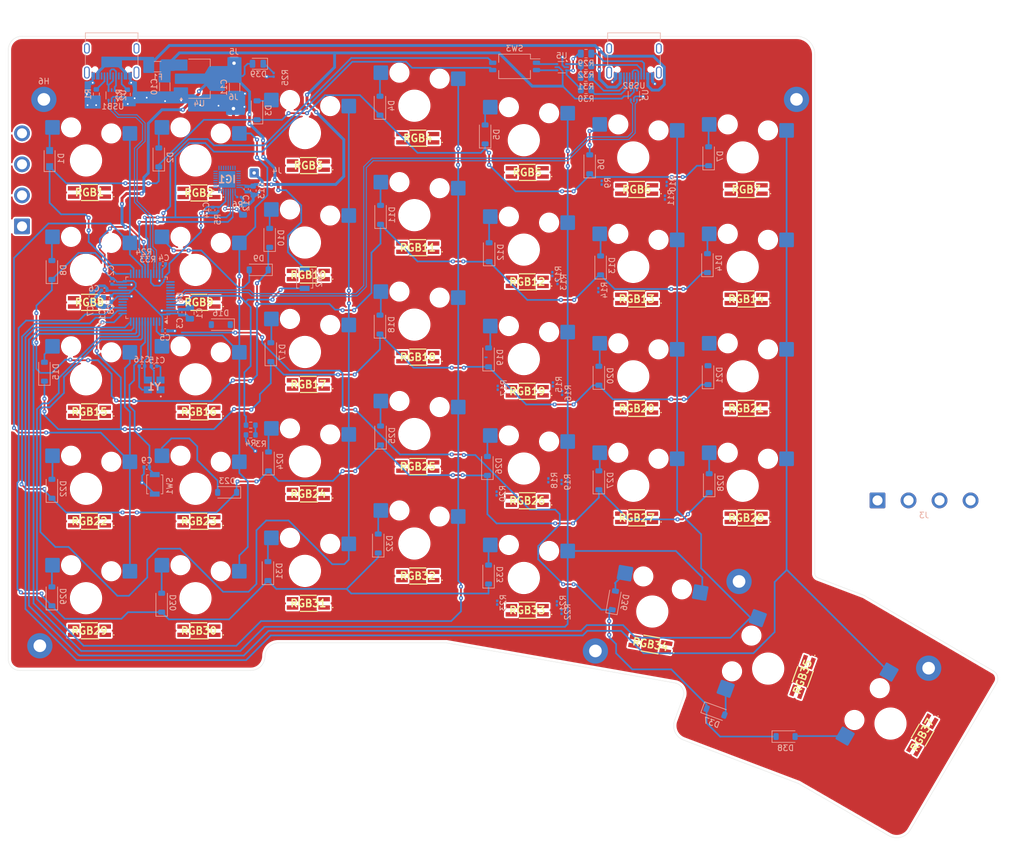
<source format=kicad_pcb>
(kicad_pcb (version 20241229) (generator "pcbnew") (generator_version "9.0")
  (layers (0 "F.Cu" power) (2 "B.Cu" signal) (13 "F.Paste" user) (15 "B.Paste" user) (5 "F.SilkS" user "F.Silkscreen") (7 "B.SilkS" user "B.Silkscreen") (1 "F.Mask" user) (3 "B.Mask" user) (25 "Edge.Cuts" user))
  (net 0 "")
  (net 1 "GND")
  (net 2 "+3.3V")
  (net 3 "NRST")
  (net 4 "+5V")
  (net 5 "LED_MCU_SDB")
  (net 6 "RCC_OSC_IN")
  (net 7 "RCC_OSC_OUT")
  (net 8 "Net-(D1-A)")
  (net 9 "Row0")
  (net 10 "Net-(D2-A)")
  (net 11 "Net-(D3-A)")
  (net 12 "Net-(D4-A)")
  (net 13 "Net-(D5-A)")
  (net 14 "Net-(D6-A)")
  (net 15 "Net-(D7-A)")
  (net 16 "Row1")
  (net 17 "Net-(D8-A)")
  (net 18 "Net-(D9-A)")
  (net 19 "Net-(D10-A)")
  (net 20 "Net-(D11-A)")
  (net 21 "Net-(D12-A)")
  (net 22 "Net-(D13-A)")
  (net 23 "Net-(D14-A)")
  (net 24 "Net-(D15-A)")
  (net 25 "Row2")
  (net 26 "Net-(D16-A)")
  (net 27 "Net-(D17-A)")
  (net 28 "Net-(D18-A)")
  (net 29 "Net-(D19-A)")
  (net 30 "Net-(D20-A)")
  (net 31 "Net-(D21-A)")
  (net 32 "Row3")
  (net 33 "Net-(D22-A)")
  (net 34 "Net-(D23-A)")
  (net 35 "Net-(D24-A)")
  (net 36 "Net-(D25-A)")
  (net 37 "Net-(D26-A)")
  (net 38 "Net-(D27-A)")
  (net 39 "Net-(D28-A)")
  (net 40 "Net-(D29-A)")
  (net 41 "Row4")
  (net 42 "Net-(D30-A)")
  (net 43 "Net-(D31-A)")
  (net 44 "Net-(D32-A)")
  (net 45 "Net-(D33-A)")
  (net 46 "Net-(D36-A)")
  (net 47 "ThumbRow")
  (net 48 "Net-(D37-A)")
  (net 49 "Net-(D38-A)")
  (net 50 "/PWR_LED")
  (net 51 "VBUS")
  (net 52 "/RGB Array/CS4")
  (net 53 "/RGB Array/CS5")
  (net 54 "/RGB Array/CS12")
  (net 55 "/RGB Array/SW8")
  (net 56 "/RGB Array/SW3")
  (net 57 "/RGB Array/CS13")
  (net 58 "LED_MCU_SDA")
  (net 59 "/RGB Array/CS9")
  (net 60 "/RGB Array/SW1")
  (net 61 "/RGB Array/ISET")
  (net 62 "/RGB Array/AD")
  (net 63 "LED_MCU_SCL")
  (net 64 "/RGB Array/CS14")
  (net 65 "/RGB Array/SW7")
  (net 66 "/RGB Array/SW5")
  (net 67 "/RGB Array/CS15")
  (net 68 "/RGB Array/SW4")
  (net 69 "/RGB Array/CS8")
  (net 70 "/RGB Array/CS6")
  (net 71 "/RGB Array/CS10")
  (net 72 "/RGB Array/CS3")
  (net 73 "/RGB Array/SW6")
  (net 75 "/RGB Array/SW2")
  (net 76 "/RGB Array/CS2")
  (net 77 "/RGB Array/CS11")
  (net 78 "/RGB Array/CS1")
  (net 79 "/RGB Array/CS7")
  (net 81 "SYS_JTAG_SWCLK")
  (net 82 "SYS_JTAG_SWDIO")
  (net 83 "SYS_JTAG_TRACE")
  (net 84 "PB14")
  (net 85 "PC13")
  (net 86 "PB13")
  (net 87 "Net-(USB1-CC1)")
  (net 88 "Net-(USB1-CC2)")
  (net 89 "Net-(R3-Pad2)")
  (net 90 "BOOT0")
  (net 91 "/RGB Array/B_RGB_ROW_0")
  (net 92 "/RGB Array/G_RGB_ROW_0")
  (net 93 "/RGB Array/R_RGB_ROW_0")
  (net 94 "/RGB Array/G_RGB_ROW_1")
  (net 95 "/RGB Array/B_RGB_ROW_1")
  (net 96 "/RGB Array/G_RGB_ROW_2")
  (net 97 "/RGB Array/B_RGB_ROW_2")
  (net 98 "/RGB Array/G_RGB_ROW_3")
  (net 99 "/RGB Array/B_RGB_ROW_3")
  (net 100 "/RGB Array/G_RGB_ROW_4")
  (net 101 "/RGB Array/B_RGB_ROW_4")
  (net 102 "Net-(USB2-CC2)")
  (net 103 "USB_CONN_SCL")
  (net 104 "Net-(USB2-CC1)")
  (net 105 "Net-(USB2-SBU2)")
  (net 106 "USB_CONN_SDA")
  (net 107 "Net-(USB2-SBU1)")
  (net 108 "Col0")
  (net 109 "Col1")
  (net 110 "Col2")
  (net 111 "Col3")
  (net 112 "Col4")
  (net 113 "Col5")
  (net 114 "Col6")
  (net 115 "/I2C_DIP_SCL")
  (net 116 "/I2C_DIP_SDA")
  (net 117 "USB_MCU_D-")
  (net 118 "USB_CONN_D+")
  (net 119 "USB_MCU_D+")
  (net 120 "USB_CONN_D-")
  (net 121 "USB_Tx+")
  (net 122 "USB_Tx-")
  (net 123 "USB_CONN_Tx+")
  (net 139 "/RGB Array/R_RGB_ROW_1")
  (net 140 "/RGB Array/R_RGB_ROW_2")
  (net 141 "/RGB Array/R_RGB_ROW_3")
  (net 142 "/RGB Array/R_RGB_ROW_4")
  (net 143 "USB_CONN_Tx-")
  (net 144 "PB10")
  (footprint "SamacSys_Parts:T36K3BGR05D000121U1930_MODEL" (layer "F.Cu") (at 72.032752 67.567912)
    (property "Reference" "RGB10")
    (property "Value" "T36K3BGR-05D000121U1930" (hide yes))
  )
  (footprint "SamacSys_Parts:T36K3BGR05D000121U1930_MODEL" (layer "F.Cu") (at 148.232688 71.735096)
    (property "Reference" "RGB14")
    (property "Value" "T36K3BGR-05D000121U1930" (hide yes))
  )
  (footprint "SamacSys_Parts:T36K3BGR05D000121U1930_MODEL" (layer "F.Cu") (at 148.232688 90.78508)
    (property "Reference" "RGB21")
    (property "Value" "T36K3BGR-05D000121U1930" (hide yes))
  )
  (footprint "SamacSys_Parts:T36K3BGR05D000121U1930_MODEL" (layer "F.Cu") (at 33.932784 91.380392)
    (property "Reference" "RGB15")
    (property "Value" "T36K3BGR-05D000121U1930" (hide yes))
  )
  (footprint "SamacSys_Parts:T36K3BGR05D000121U1930_MODEL" (layer "F.Cu") (at 129.182704 71.735096)
    (property "Reference" "RGB13")
    (property "Value" "T36K3BGR-05D000121U1930" (hide yes))
  )
  (footprint "SamacSys_Parts:T36K3BGR05D000121U1930_MODEL" (layer "F.Cu") (at 72.032752 105.66788)
    (property "Reference" "RGB24")
    (property "Value" "T36K3BGR-05D000121U1930" (hide yes))
  )
  (footprint "SamacSys_Parts:T36K3BGR05D000121U1930_MODEL" (layer "F.Cu") (at 110.13272 87.80852)
    (property "Reference" "RGB19")
    (property "Value" "T36K3BGR-05D000121U1930" (hide yes))
  )
  (footprint "SamacSys_Parts:T36K3BGR05D000121U1930_MODEL" (layer "F.Cu") (at 33.932784 129.48036)
    (property "Reference" "RGB29")
    (property "Value" "T36K3BGR-05D000121U1930" (hide yes))
  )
  (footprint "SamacSys_Parts:T36K3BGR05D000121U1930_MODEL" (layer "F.Cu") (at 52.982768 91.380392)
    (property "Reference" "RGB16")
    (property "Value" "T36K3BGR-05D000121U1930" (hide yes))
  )
  (footprint "SamacSys_Parts:T36K3BGR05D000121U1930_MODEL" (layer "F.Cu") (at 158.055336 137.517072 70)
    (property "Reference" "RGB35")
    (property "Value" "T36K3BGR-05D000121U1930" (hide yes))
  )
  (footprint "SamacSys_Parts:T36K3BGR05D000121U1930_MODEL" (layer "F.Cu") (at 91.082736 62.805416)
    (property "Reference" "RGB11")
    (property "Value" "T36K3BGR-05D000121U1930" (hide yes))
  )
  (footprint "SamacSys_Parts:T36K3BGR05D000121U1930_MODEL" (layer "F.Cu") (at 110.13272 125.908488)
    (property "Reference" "RGB33")
    (property "Value" "T36K3BGR-05D000121U1930" (hide yes))
  )
  (footprint "SamacSys_Parts:T36K3BGR05D000121U1930_MODEL" (layer "F.Cu") (at 110.13272 68.758536)
    (property "Reference" "RGB12")
    (property "Value" "T36K3BGR-05D000121U1930" (hide yes))
  )
  (footprint "SamacSys_Parts:T36K3BGR05D000121U1930_MODEL" (layer "F.Cu") (at 72.032752 48.517928)
    (property "Reference" "RGB3")
    (property "Value" "T36K3BGR-05D000121U1930" (hide yes))
  )
  (footprint "SamacSys_Parts:T36K3BGR05D000121U1930_MODEL" (layer "F.Cu") (at 33.932784 110.430376)
    (property "Reference" "RGB22")
    (property "Value" "T36K3BGR-05D000121U1930" (hide yes))
  )
  (footprint "SamacSys_Parts:T36K3BGR05D000121U1930_MODEL" (layer "F.Cu") (at 52.982768 110.430376)
    (property "Reference" "RGB23")
    (property "Value" "T36K3BGR-05D000121U1930" (hide yes))
  )
  (footprint "SamacSys_Parts:T36K3BGR05D000121U1930_MODEL" (layer "F.Cu") (at 148.232688 109.835064)
    (property "Reference" "RGB28")
    (property "Value" "T36K3BGR-05D000121U1930" (hide yes))
  )
  (footprint "SamacSys_Parts:T36K3BGR05D000121U1930_MODEL" (layer "F.Cu") (at 131.563952 131.861608 -10)
    (property "Reference" "RGB34")
    (property "Value" "T36K3BGR-05D000121U1930" (hide yes))
  )
  (footprint "SamacSys_Parts:T36K3BGR05D000121U1930_MODEL" (layer "F.Cu") (at 33.932784 72.330408)
    (property "Reference" "RGB8")
    (property "Value" "T36K3BGR-05D000121U1930" (hide yes))
  )
  (footprint "SamacSys_Parts:T36K3BGR05D000121U1930_MODEL" (layer "F.Cu") (at 178.891256 147.637376 60)
    (property "Reference" "RGB37")
    (property "Value" "T36K3BGR-05D000121U1930" (hide yes))
  )
  (footprint "SamacSys_Parts:T36K3BGR05D000121U1930_MODEL" (layer "F.Cu") (at 110.13272 106.858504)
    (property "Reference" "RGB26")
    (property "Value" "T36K3BGR-05D000121U1930" (hide yes))
  )
  (footprint "SamacSys_Parts:T36K3BGR05D000121U1930_MODEL" (layer "F.Cu") (at 52.982768 129.48036)
    (property "Reference" "RGB30")
    (property "Value" "T36K3BGR-05D000121U1930" (hide yes))
  )
  (footprint "SamacSys_Parts:T36K3BGR05D000121U1930_MODEL" (layer "F.Cu") (at 91.082736 81.8554)
    (property "Reference" "RGB18")
    (property "Value" "T36K3BGR-05D000121U1930" (hide yes))
  )
  (footprint "SamacSys_Parts:T36K3BGR05D000121U1930_MODEL" (layer "F.Cu") (at 129.182704 109.835064)
    (property "Reference" "RGB27")
    (property "Value" "T36K3BGR-05D000121U1930" (hide yes))
  )
  (footprint "SamacSys_Parts:T36K3BGR05D000121U1930_MODEL" (layer "F.Cu") (at 110.13272 49.708552)
    (property "Reference" "RGB5")
    (property "Value" "T36K3BGR-05D000121U1930" (hide yes))
  )
  (footprint "SamacSys_Parts:T36K3BGR05D000121U1930_MODEL" (layer "F.Cu") (at 129.182704 52.685112)
    (property "Reference" "RGB6")
    (property "Value" "T36K3BGR-05D000121U1930" (hide yes))
  )
  (footprint "SamacSys_Parts:T36K3BGR05D000121U1930_MODEL" (layer "F.Cu") (at 129.182704 90.78508)
    (property "Reference" "RGB20")
    (property "Value" "T36K3BGR-05D000121U1930" (hide yes))
  )
  (footprint "SamacSys_Parts:T36K3BGR05D000121U1930_MODEL" (layer "F.Cu") (at 91.082736 43.755432)
    (property "Reference" "RGB4")
    (property "Value" "T36K3BGR-05D000121U1930" (hide yes))
  )
  (footprint "SamacSys_Parts:T36K3BGR05D000121U1930_MODEL" (layer "F.Cu") (at 72.032752 124.717864)
    (property "Reference" "RGB31")
    (property "Value" "T36K3BGR-05D000121U1930" (hide yes))
  )
  (footprint "MountingHole:MountingHole_2.2mm_M2_Pad" (layer "F.Cu") (at 180 136)
    (property "Reference" "H4" (hide yes))
    (property "Value" "MountingHole_Pad")
  )
  (footprint "SamacSys_Parts:T36K3BGR05D000121U1930_MODEL" (layer "F.Cu") (at 72.032752 86.617896)
    (property "Reference" "RGB17")
    (property "Value" "T36K3BGR-05D000121U1930" (hide yes))
  )
  (footprint "SamacSys_Parts:T36K3BGR05D000121U1930_MODEL" (layer "F.Cu") (at 33.932784 53.2)
    (property "Reference" "RGB1")
    (property "Value" "T36K3BGR-05D000121U1930" (hide yes))
  )
  (footprint "SamacSys_Parts:T36K3BGR05D000121U1930_MODEL" (layer "F.Cu") (at 91.082736 119.955368)
    (property "Reference" "RGB32")
    (property "Value" "T36K3BGR-05D000121U1930" (hide yes))
  )
  (footprint "SamacSys_Parts:T36K3BGR05D000121U1930_MODEL" (layer "F.Cu") (at 148.232688 52.685112)
    (property "Reference" "RGB7")
    (property "Value" "T36K3BGR-05D000121U1930" (hide yes))
  )
  (footprint "SamacSys_Parts:T36K3BGR05D000121U1930_MODEL" (layer "F.Cu") (at 52.982768 72.330408)
    (property "Reference" "RGB9")
    (property "Value" "T36K3BGR-05D000121U1930" (hide yes))
  )
  (footprint "SamacSys_Parts:T36K3BGR05D000121U1930_MODEL" (layer "F.Cu") (at 91.082736 100.905384)
    (property "Reference" "RGB25")
    (property "Value" "T36K3BGR-05D000121U1930" (hide yes))
  )
  (footprint "Connector_Wire:SolderWire-1sqmm_1x04_P5.4mm_D1.4mm_OD2.7mm" (layer "F.Cu") (at 22.200001 59.1 90)
    (property "Reference" "J2" (hide yes))
    (property "Value" "Conn_01x04_Pin")
  )
  (footprint "SamacSys_Parts:T36K3BGR05D000121U1930_MODEL" (layer "F.Cu") (at 52.982768 53.280424)
    (property "Reference" "RGB2")
    (property "Value" "T36K3BGR-05D000121U1930" (hide yes))
  )
  (footprint "Resistor_SMD:R_0603_1608Metric" (layer "B.Cu") (at 40.52 36.14 -90)
    (property "Reference" "R2")
    (property "Value" "5.1k" (hide yes))
  )
  (footprint "Button_Switch_SMD:SW_DIP_SPSTx02_Slide_KingTek_DSHP02TS_W7.62mm_P1.27mm" (layer "B.Cu") (at 107.93 31.26 180)
    (property "Reference" "SW3")
    (property "Value" "SW_DIP_x02")
  )
  (footprint "Capacitor_SMD:C_0402_1005Metric" (layer "B.Cu") (at 37.75 71.66 -90)
    (property "Reference" "C8")
    (property "Value" "100n" (hide yes))
  )
  (footprint "Resistor_SMD:R_0201_0603Metric" (layer "B.Cu") (at 134.1 54.1 90)
    (property "Reference" "R11")
    (property "Value" "51" (hide yes))
  )
  (footprint "Resistor_SMD:R_0201_0603Metric" (layer "B.Cu") (at 104.9 124.6 90)
    (property "Reference" "R23")
    (property "Value" "20")
  )
  (footprint "Diode_SMD:D_SOD-123" (layer "B.Cu") (at 84.2 114.3 90)
    (property "Reference" "D32")
    (property "Value" "Diode")
  )
  (footprint "MountingHole:MountingHole_2.2mm_M2_Pad" (layer "B.Cu") (at 26 37 180)
    (property "Reference" "H6")
    (property "Value" "MountingHole_Pad")
  )
  (footprint "Diode_SMD:D_SOD-123" (layer "B.Cu") (at 63.4 66.675 180)
    (property "Reference" "D9")
    (property "Value" "Diode")
  )
  (footprint "MountingHole:MountingHole_2.2mm_M2_Pad" (layer "B.Cu") (at 25.3 132.1 180)
    (property "Reference" "H3" (hide yes))
    (property "Value" "MountingHole_Pad")
  )
  (footprint "MountingHole:MountingHole_2.2mm_M2_Pad" (layer "B.Cu") (at 157 37 180)
    (property "Reference" "H1" (hide yes))
    (property "Value" "MountingHole_Pad")
  )
  (footprint "Resistor_SMD:R_0201_0603Metric" (layer "B.Cu") (at 59.97 54)
    (property "Reference" "R6")
    (property "Value" "10k" (hide yes))
  )
  (footprint "Diode_SMD:D_SOD-123" (layer "B.Cu") (at 63.1 38.9 90)
    (property "Reference" "D3")
    (property "Value" "Diode")
  )
  (footprint "Resistor_SMD:R_0805_2012Metric" (layer "B.Cu") (at 60.66 56.17 -90)
    (property "Reference" "R28" (hide yes))
    (property "Value" "0" (hide yes))
  )
  (footprint "Gateron_KS33_Hotswap:Gateron-KS33-Hotswap-1U_Model" (layer "B.Cu") (at 109.5375 82.2)
    (property "Reference" "S19")
    (property "Value" "Keyswitch")
  )
  (footprint "Package_TO_SOT_SMD:SOT-223-3_TabPin2" (layer "B.Cu") (at 53.05 33.4)
    (property "Reference" "U4")
    (property "Value" "AMS1117-3.3" (hide yes))
  )
  (footprint "Capacitor_SMD:C_0402_1005Metric" (layer "B.Cu") (at 47.11 77.29)
    (property "Reference" "C5")
    (property "Value" "100n" (hide yes))
  )
  (footprint "Gateron_KS33_Hotswap:Gateron-KS33-Hotswap-1U_Model" (layer "B.Cu") (at 52.3875 66.675)
    (property "Reference" "S9")
    (property "Value" "Keyswitch")
  )
  (footprint "Resistor_SMD:R_0805_2012Metric" (layer "B.Cu") (at 120.366 29.036)
    (property "Reference" "R29")
    (property "Value" "0")
  )
  (footprint "Diode_SMD:D_SOD-123" (layer "B.Cu") (at 65.3 61.1 90)
    (property "Reference" "D10")
    (property "Value" "Diode")
  )
  (footprint "Diode_SMD:D_SOD-123" (layer "B.Cu") (at 84.6 57.1 90)
    (property "Reference" "D11")
    (property "Value" "Diode")
  )
  (footprint "Gateron_KS33_Hotswap:Gateron-KS33-Hotswap-1U_Model" (layer "B.Cu") (at 128.5875 66.15)
    (property "Reference" "S13")
    (property "Value" "Keyswitch")
  )
  (footprint "Capacitor_SMD:C_0402_1005Metric" (layer "B.Cu") (at 49.67 74.04 90)
    (property "Reference" "C3")
    (property "Value" "100n" (hide yes))
  )
  (footprint "Gateron_KS33_Hotswap:Gateron-KS33-Hotswap-1U_Model" (layer "B.Cu") (at 147.6375 104.25)
    (property "Reference" "S28")
    (property "Value" "Keyswitch")
  )
  (footprint "Diode_SMD:D_SOD-123" (layer "B.Cu") (at 46 47.1 90)
    (property "Reference" "D2")
    (property "Value" "Diode")
  )
  (footprint "Diode_SMD:D_SOD-123" (layer "B.Cu") (at 57.9 105.4 180)
    (property "Reference" "D23")
    (property "Value" "Diode")
  )
  (footprint "Capacitor_SMD:C_0402_1005Metric" (layer "B.Cu") (at 45.18 83.41)
    (property "Reference" "C15")
    (property "Value" "10p" (hide yes))
  )
  (footprint "Resistor_SMD:R_0201_0603Metric" (layer "B.Cu") (at 114.6 86.6 90)
    (property "Reference" "R15")
    (property "Value" "20")
  )
  (footprint "Gateron_KS33_Hotswap:Gateron-KS33-Hotswap-1U_Model" (layer "B.Cu") (at 128.5875 104.25)
    (property "Reference" "S27")
    (property "Value" "Keyswitch")
  )
  (footprint "Resistor_SMD:R_0201_0603Metric" (layer "B.Cu") (at 116.1 126.2 90)
    (property "Reference" "R22")
    (property "Value" "51")
  )
  (footprint "Capacitor_SMD:C_1206_3216Metric" (layer "B.Cu") (at 47.05 34.8 -90)
    (property "Reference" "C10")
    (property "Value" "22u" (hide yes))
  )
  (footprint "Diode_SMD:D_SOD-123" (layer "B.Cu") (at 103.4 81.9 90)
    (property "Reference" "D19")
    (property "Value" "Diode")
  )
  (footprint "Capacitor_SMD:C_0402_1005Metric" (layer "B.Cu") (at 46.71 65.62 180)
    (property "Reference" "C4")
    (property "Value" "100n" (hide yes))
  )
  (footprint "Package_TO_SOT_SMD:SOT-666" (layer "B.Cu") (at 128.6935 36.226 90)
    (property "Reference" "U3")
    (property "Value" "USBLC6-2P6" (hide yes))
  )
  (footprint "Diode_SMD:D_SOD-123" (layer "B.Cu") (at 141.8 103.8 90)
    (property "Reference" "D28")
    (property "Value" "Diode")
  )
  (footprint "Resistor_SMD:R_0201_0603Metric" (layer "B.Cu") (at 123.1 51.5 90)
    (property "Reference" "R9")
    (property "Value" "20" (hide yes))
  )
  (footprint "Gateron_KS33_Hotswap:Gateron-KS33-Hotswap-1U_Model" (layer "B.Cu") (at 109.5375 120.3)
    (property "Reference" "S33")
    (property "Value" "Keyswitch")
  )
  (footprint "Gateron_KS33_Hotswap:Gateron-KS33-Hotswap-1U_Model" (layer "B.Cu") (at 109.5375 101.25)
    (property "Reference" "S26")
    (property "Value" "Keyswitch")
  )
  (footprint "Gateron_KS33_Hotswap:Gateron-KS33-Hotswap-1U_Model" (layer "B.Cu") (at 52.3875 123.825)
    (property "Reference" "S30")
    (property "Value" "Keyswitch")
  )
  (footprint "Gateron_KS33_Hotswap:Gateron-KS33-Hotswap-1U_Model" (layer "B.Cu") (at 147.6375 85.2)
    (property "Reference" "S21")
    (property "Value" "Keyswitch")
  )
  (footprint "Resistor_SMD:R_0201_0603Metric" (layer "B.Cu") (at 116.2 88.1 90)
    (property "Reference" "R16")
    (property "Value" "51")
  )
  (footprint "Capacitor_SMD:C_0402_1005Metric" (layer "B.Cu") (at 55.41 56.27 -90)
    (property "Reference" "C14")
    (property "Value" "100n" (hide yes))
  )
  (footprint "LED_SMD:LED_0805_2012Metric" (layer "B.Cu") (at 63.25 30.8 180)
    (property "Reference" "D39")
    (property "Value" "LED")
  )
  (footprint "Resistor_SMD:R_0603_1608Metric" (layer "B.Cu") (at 62 93.7)
    (property "Reference" "R3")
    (property "Value" "5.1k" (hide yes))
  )
  (footprint "MountingHole:MountingHole_2.2mm_M2_Pad" (layer "B.Cu") (at 122 133 180)
    (property "Reference" "H5" (hide yes))
    (property "Value" "MountingHole_Pad")
  )
  (footprint "Gateron_KS33_Hotswap:Gateron-KS33-Hotswap-1U_Model" (layer "B.Cu") (at 71.4375 119.0625)
    (property "Reference" "S31")
    (property "Value" "Keyswitch")
  )
  (footprint "Capacitor_SMD:C_0603_1608Metric" (layer "B.Cu") (at 36.36 72.25 -90)
    (property "Reference" "C17")
    (property "Value" "1u" (hide yes))
  )
  (footprint "Gateron_KS33_Hotswap:Gateron-KS33-Hotswap-1U_Model" (layer "B.Cu") (at 90.4875 114.3)
    (property "Reference" "S32")
    (property "Value" "Keyswitch")
  )
  (footprint "Gateron_KS33_Hotswap:Gateron-KS33-Hotswap-1U_Model" (layer "B.Cu") (at 90.4875 38.1)
    (property "Reference" "S4")
    (property "Value" "Keyswitch")
  )
  (footprint "Gateron_KS33_Hotswap:Gateron-KS33-Hotswap-1U_Model" (layer "B.Cu") (at 90.4875 76.2)
    (property "Reference" "S18")
    (property "Value" "Keyswitch")
  )
  (footprint "Diode_SMD:D_SOD-123" (layer "B.Cu") (at 103.4 119.7 90)
    (property "Reference" "D33")
    (property "Value" "Diode")
  )
  (footprint "Diode_SMD:D_SOD-123" (layer "B.Cu") (at 141.5 65.5 90)
    (property "Reference" "D14")
    (property "Value" "Diode")
  )
  (footprint "Capacitor_SMD:C_1206_3216Metric" (layer "B.Cu") (at 59.2 34.9 -90)
    (property "Reference" "C11")
    (property "Value" "22u" (hide yes))
  )
  (footprint "Gateron_KS33_Hotswap:Gateron-KS33-Hotswap-1U_Model" (layer "B.Cu") (at 147.6375 47.1)
    (property "Reference" "S7")
    (property "Value" "Keyswitch")
  )
  (footprint "Diode_SMD:D_SOD-123" (layer "B.Cu") (at 84.5 38.1 90)
    (property "Reference" "D4")
    (property "Value" "Diode")
  )
  (footprint "Diode_SMD:D_SOD-123" (layer "B.Cu") (at 65.1 100.0125 90)
    (property "Reference" "D24")
    (property "Value" "Diode")
  )
  (footprint "Resistor_SMD:R_0201_0603Metric" (layer "B.Cu") (at 115.4 68.8 90)
    (property "Reference" "R13")
    (property "Value" "51")
  )
  (footprint "Gateron_KS33_Hotswap:Gateron-KS33-Hotswap-1U_Model" (layer "B.Cu") (at 109.5375 63.15)
    (property "Reference" "S12")
    (property "Value" "Keyswitch")
  )
  (footprint "Resistor_SMD:R_0603_1608Metric" (layer "B.Cu") (at 62 95.4)
    (property "Reference" "R4")
    (property "Value" "5.1k" (hide yes))
  )
  (footprint "Diode_SMD:D_SOD-123" (layer "B.Cu") (at 103.5 63.6 90)
    (property "Reference" "D12")
    (property "Value" "Diode")
  )
  (footprint "Gateron_KS33_Hotswap:Gateron-KS33-Hotswap-1U_Model" (layer "B.Cu") (at 52.3875 104.775)
    (property "Reference" "S23")
    (property "Value" "Keyswitch")
  )
  (footprint "Fuse:Fuse_1206_3216Metric" (layer "B.Cu") (at 45.8 31.3)
    (property "Reference" "F1")
    (property "Value" "500mA" (hide yes))
  )
  (footprint "Gateron_KS33_Hotswap:Gateron-KS33-Hotswap-1U_Model" (layer "B.Cu") (at 71.4375 42.8625)
    (property "Reference" "S3")
    (property "Value" "Keyswitch")
  )
  (footprint "Diode_SMD:D_SOD-123" (layer "B.Cu") (at 27.4 66.7 90)
    (property "Reference" "D8")
    (property "Value" "Diode")
  )
  (footprint "Package_QFP:LQFP-48_7x7mm_P0.5mm" (layer "B.Cu") (at 43.87 71.52 90)
    (property "Reference" "U6")
    (property "Value" "STM32G431CBTx" (hide yes))
  )
  (footprint "Capacitor_SMD:C_0603_1608Metric" (layer "B.Cu") (at 62.44 52.87 90)
    (property "Reference" "C13")
    (property "Value" "1u" (hide yes))
  )
  (footprint "Diode_SMD:D_SOD-123" (layer "B.Cu") (at 84.5 76.2 90)
    (property "Reference" "D18")
    (property "Value" "Diode")
  )
  (footprint "Diode_SMD:D_SOD-123" (layer "B.Cu") (at 142.9 143.6 -20)
    (property "Reference" "D37")
    (property "Value" "Diode")
  )
  (footprint "Gateron_KS33_Hotswap:Gateron-KS33-Hotswap-1U_Model" (layer "B.Cu") (at 90.4875 95.25)
    (property "Reference" "S25")
    (property "Value" "Keyswitch")
  )
  (footprint "Resistor_SMD:R_0201_0603Metric" (layer "B.Cu") (at 116.1 103.6 90)
    (property "Reference" "R19")
    (property "Value" "51")
  )
  (footprint "Resistor_SMD:R_0201_0603Metric" (layer "B.Cu") (at 134.4 51.7 90)
    (property "Reference" "R10")
    (property "Value" "20" (hide yes))
  )
  (footprint "Gateron_KS33_Hotswap:Gateron-KS33-Hotswap-1U_Model" (layer "B.Cu") (at 71.4375 100.0125)
    (property "Reference" "S24")
    (property "Value" "Keyswitch")
  )
  (footprint "Capacitor_SMD:C_0402_1005Metric" (layer "B.Cu") (at 43.9 101 180)
    (property "Reference" "C9")
    (property "Value" "100n" (hide yes))
  )
  (footprint "Resistor_SMD:R_0805_2012Metric" (layer "B.Cu") (at 120.326 33.106)
    (property "Reference" "R31")
    (property "Value" "0")
  )
  (footprint "Resistor_SMD:R_0201_0603Metric" (layer "B.Cu") (at 44.1 63.8)
    (property "Reference" "R33")
    (property "Value" "4k7" (hide yes))
  )
  (footprint "Gateron_KS33_Hotswap:Gateron-KS33-Hotswap-1U_Model" (layer "B.Cu") (at 33.3375 104.775)
    (property "Reference" "S22")
    (property "Value" "Keyswitch")
  )
  (footprint "Gateron_KS33_Hotswap:Gateron-KS33-Hotswap-1U_Model" (layer "B.Cu") (at 52.3875 47.625)
    (property "Reference" "S2")
    (property "Value" "Keyswitch")
  )
  (footprint "MountingHole:MountingHole_2.2mm_M2_Pad" (layer "B.Cu") (at 147 120.9 180)
    (property "Reference" "H2" (hide yes))
    (property "Value" "MountingHole_Pad")
  )
  (footprint "SamacSys_Parts:X322516MOB4SI" (layer "B.Cu") (at 45.2 86.7 180)
    (property "Reference" "Y1")
    (property "Value" "X322516MOB4SI" (hide yes))
  )
  (footprint "Capacitor_SMD:C_0402_1005Metric" (layer "B.Cu") (at 37.86 68.67 -90)
    (property "Reference" "C2")
    (property "Value" "100n" (hide yes))
  )
  (footprint "Capacitor_SMD:C_0402_1005Metric" (layer "B.Cu") (at 43.07 83.42 180)
    (property "Reference" "C16")
    (property "Value" "10p" (hide yes))
  )
  (footprint "Resistor_SMD:R_0201_0603Metric" (layer "B.Cu") (at 43.4 64.6 180)
    (property "Reference" "R24")
    (property "Value" "4k7" (hide yes))
  )
  (footprint "Diode_SMD:D_SOD-123" (layer "B.Cu") (at 155.1 147.9)
    (property "Reference" "D38")
    (property "Value" "Diode")
  )
  (footprint "Diode_SMD:D_SOD-123" (layer "B.Cu") (at 65.5 81 90)
    (property "Reference" "D17")
    (property "Value" "Diode")
  )
  (footprint "Capacitor_SMD:C_0805_2012Metric" (layer "B.Cu") (at 51.41 74.23 90)
    (property "Reference" "C1")
    (property "Value" "10u" (hide yes))
  )
  (footprint "Resistor_SMD:R_0201_0603Metric" (layer "B.Cu") (at 115.3 124.7 90)
    (property "Reference" "R21")
    (property "Value" "20")
  )
  (footprint "Gateron_KS33_Hotswap:Gateron-KS33-Hotswap-1U_Model" (layer "B.Cu") (at 33.3375 66.675)
    (property "Reference" "S8")
    (property "Value" "Keyswitch")
  )
  (footprint "Diode_SMD:D_SOD-123" (layer "B.Cu") (at 102.8 43.1 90)
    (property "Reference" "D5")
    (property "Value" "Diode")
  )
  (footprint "Connector_Wire:SolderWire-0.1sqmm_1x01_D0.4mm_OD1mm" (layer "B.Cu") (at 62.6 49.8 180)
    (property "Reference" "J4")
    (property "Value" "Conn_01x01" (hide yes))
  )
  (footprint "Button_Switch_SMD:SW_SPST_B3U-1000P" (layer "B.Cu") (at 45.3 104 90)
    (property "Reference" "SW1")
    (property "Value" "SW_Push" (hide yes))
  )
  (footprint "Diode_SMD:D_SOD-123" (layer "B.Cu") (at 122.6 85.1 90)
    (property "Reference" "D20")
    (property "Value" "Diode")
  )
  (footprint "Button_Switch_SMD:SW_SPST_B3U-1000P" (layer "B.Cu") (at 71.4 68.2 90)
    (property "Reference" "SW2")
    (property "Value" "SW_Push" (hide yes))
  )
  (footprint "Package_TO_SOT_SMD:SOT-666" (layer "B.Cu") (at 37.8 36.3 90)
    (property "Reference" "U2")
    (property "Value" "USBLC6-2P6" (hide yes))
  )
  (footprint "Diode_SMD:D_SOD-123" (layer "B.Cu") (at 56.8 76.2 180)
    (property "Reference" "D16")
    (property "Value" "Diode")
  )
  (footprint "Capacitor_SMD:C_0402_1005Metric" (layer "B.Cu") (at 61.22 52.62 90)
    (property "Reference" "C12")
    (property "Value" "100n" (hide yes))
  )
  (footprint "Gateron_KS33_Hotswap:Gateron-KS33-Hotswap-1U_Model" (layer "B.Cu") (at 128.5875 85.2)
    (property "Reference" "S20")
    (property "Value" "Keyswitch")
  )
  (footprint "Gateron_KS33_Hotswap:Gateron-KS33-Hotswap-1U_Model" (layer "B.Cu") (at 109.5375 44.1)
    (property "Reference" "S5")
    (property "Value" "Keyswitch")
  )
  (footprint "Connector_USB:USB_C_Receptacle_G-Switch_GT-USB-7010ASV" (layer "B.Cu") (at 128.716 29.2)
    (property "Reference" "USB2")
    (property "Value" "USB_C_Receptacle_USB2.0_16P")
  )
  (footprint "Diode_SMD:D_SOD-123" (layer "B.Cu") (at 65 119.1 90)
    (property "Reference" "D31")
    (property "Value" "Diode")
  )
  (footprint "Diode_SMD:D_SOD-123" (layer "B.Cu") (at 122.9 65.9 90)
    (property "Reference" "D13")
    (property "Value" "Diode")
  )
  (footprint "Resistor_SMD:R_0201_0603Metric" (layer "B.Cu") (at 105 87.2 90)
    (property "Reference" "R17")
    (property "Value" "20")
  )
  (footprint "Diode_SMD:D_SOD-123" (layer "B.Cu") (at 26.1 84.4 90)
    (property "Reference" "D15")
    (property "Value" "Diode")
  )
  (footprint "Gateron_KS33_Hotswap:Gateron-KS33-Hotswap-1U_Model" (layer "B.Cu") (at 33.3375 85.725)
    (property "Reference" "S15")
    (property "Value" "Keyswitch")
  )
  (footprint "Resistor_SMD:R_0603_1608Metric" (layer "B.Cu") (at 35.13 36.09 -90)
    (property "Reference" "R1")
    (property "Value" "5.1k" (hide yes))
  )
  (footprint "Resistor_SMD:R_0201_0603Metric" (layer "B.Cu") (at 114.5 67.4 90)
    (property "Reference" "R12")
    (property "Value" "20")
  )
  (footprint "Connector_Wire:SolderWire-1sqmm_1x04_P5.4mm_D1.4mm_OD2.7mm" (layer "B.Cu") (at 171.1 106.8)
    (property "Reference" "J3")
    (property "Value" "Conn_01x04_Pin")
  )
  (footprint "Diode_SMD:D_SOD-123" (layer "B.Cu") (at 122.6 103.3 90)
    (property "Reference" "D27")
    (property "Value" "Diode")
  )
  (footprint "Gateron_KS33_Hotswap:Gateron-KS33-Hotswap-1U_Model" (layer "B.Cu") (at 52.3875 85.725)
    (property "Reference" "S16")
    (property "Value" "Keyswitch")
  )
  (footprint "Gateron_KS33_Hotswap:Gateron-KS33-Hotswap-1U_Model" (layer "B.Cu") (at 71.4375 80.9625)
    (property "Reference" "S17")
    (property "Value" "Keyswitch")
  )
  (footprint "Gateron_KS33_Hotswap:Gateron-KS33-Hotswap-1U_Model" (layer "B.Cu") (at 71.4375 61.9125)
    (property "Reference" "S10")
    (property "Value" "Keyswitch")
  )
  (footprint "Diode_SMD:Nexperia_CFP3_SOD-123W" (layer "B.Cu") (at 27 47.3 90)
    (property "Reference" "D1")
    (property "Value" "Diode")
  )
  (footprint "Diode_SMD:D_SOD-123" (layer "B.Cu") (at 27.4 123.5 90)
    (property "Reference" "D29")
    (property "Value" "Diode")
  )
  (footprint "Resistor_SMD:R_0201_0603Metric" (layer "B.Cu") (at 66 32.72 90)
    (property "Reference" "R25")
    (property "Value" "1k5" (hide yes))
  )
  (footprint "Resistor_SMD:R_0201_0603Metric" (layer "B.Cu") (at 104.8 105.6 90)
    (property "Reference" "R20")
    (property "Value" "20")
  )
  (footprint "Diode_SMD:D_SOD-123" (layer "B.Cu") (at 84.6 95.5 90)
    (property "Reference" "D25")
    (property "Value" "Diode")
  )
  (footprint "Resistor_SMD:R_0805_2012Metric" (layer "B.Cu") (at 120.37 35.25)
    (property "Reference" "R30")
    (property "Value" "0")
  )
  (footprint "Gateron_KS33_Hotswap:Gateron-KS33-Hotswap-1U_Model" (layer "B.Cu") (at 147.6375 66.15)
    (property "Reference" "S14")
    (property "Value" "Keyswitch")
  )
  (footprint "Resistor_SMD:R_0201_0603Metric" (layer "B.Cu") (at 56.36 56.1 -90)
    (property "Reference" "R5")
    (property "Value" "100k" (hide yes))
  )
  (footprint "Diode_SMD:D_SOD-123" (layer "B.Cu") (at 141.6 85 90)
    (property "Reference" "D21")
    (property "Value" "Diode")
  )
  (footprint "Resistor_SMD:R_0805_2012Metric" (layer "B.Cu") (at 120.366 31.056)
    (property "Reference" "R32")
    (property "Value" "0")
  )
  (footprint "Gateron_KS33_Hotswap:Gateron-KS33-Hotswap-1.5U" (layer "B.Cu") (at 173.36 145.64 60)
    (property "Reference" "S36")
    (property "Value" "Keyswitch")
  )
  (footprint "Gateron_KS33_Hotswap:Gateron-KS33-Hotswap-1U_Model" (layer "B.Cu") (at 90.4875 57.15)
    (property "Reference" "S11")
    (property "Value" "Keyswitch")
  )
  (footprint "Gateron_KS33_Hotswap:Gateron-KS33-Hotswap-1U_Model" (layer "B.Cu") (at 33.3375 47.625)
    (property "Reference" "S1")
    (property "Value" "Keyswitch")
  )
  (footprint "Capacitor_SMD:C_0603_1608Metric" (layer "B.Cu") (at 34.4 71.3 -90)
    (property "Reference" "C7")
    (property "Value" "1u" (hide yes))
  )
  (footprint "Resistor_SMD:R_0201_0603Metric" (layer "B.Cu") (at 122.5 70.2 90)
    (property "Reference" "R14")
    (property "Value" "20" (hide yes))
  )
  (footprint "Connector_USB:USB_C_Receptacle_G-Switch_GT-USB-7010ASV" (layer "B.Cu") (at 37.8 29.2)
    (property "Reference" "USB1")
    (property "Value" "USB_C_Receptacle_USB2.0_16P")
  )
  (footprint "Connector_Wire:SolderWire-0.1sqmm_1x01_D0.4mm_OD1mm" (layer "B.Cu") (at 59 38.6 180)
    (property "Reference" "J6")
    (property "Value" "Conn_01x01" (hide yes))
  )
  (footprint "Gateron_KS33_Hotswap:Gateron-KS33-Hotswap-1U_Model" (layer "B.Cu") (at 33.3375 123.825)
    (property "Reference" "S29")
    (property "Value" "Keyswitch")
  )
  (footprint "Diode_SMD:D_SOD-123" (layer "B.Cu") (at 46.5 124.6 90)
    (property "Reference" "D30")
    (property "Value" "Diode")
  )
  (footprint "Connector_Wire:SolderWire-0.1sqmm_1x01_D0.4mm_OD1mm" (layer "B.Cu") (at 59.1 30.7 180)
    (property "Reference" "J5")
    (property "Value" "Conn_01x01" (hide yes))
  )
  (footprint "Capacitor_SMD:C_0402_1005Metric" (layer "B.Cu") (at 36.52 70.22 180)
    (property "Reference" "C6")
    (property "Value" "10n" (hide yes))
  )
  (footprint "Diode_SMD:D_SOD-123" (layer "B.Cu") (at 103.2 100.8 90)
    (property "Reference" "D26")
    (property "Value" "Diode")
  )
  (footprint "Gateron_KS33_Hotswap:Gateron-KS33-Hotswap-1U_Model" (layer "B.Cu") (at 128.5875 47.1)
    (property "Reference" "S6")
    (property "Value" "Keyswitch")
  )
  (footprint "Gateron_KS33_Hotswap:Gateron-KS33-Hotswap-1.5U" (layer "B.Cu") (at 152.07 136.07 70)
    (property "Reference" "S35")
    (property "Value" "Keyswitch")
  )
  (footprint "Gateron_KS33_Hotswap:Gateron-KS33-Hotswap-1U_Model" (layer "B.Cu") (at 131.9 126.14 -10)
    (property "Reference" "S34")
    (property "Value" "Keyswitch")
  )
  (footprint "Package_TO_SOT_SMD:SOT-666" (layer "B.Cu") (at 116.14 31.3925 180)
    (property "Reference" "U5")
    (property "Value" "USBLC6-2P6" (hide yes))
  )
  (footprint "Diode_SMD:D_SOD-123" (layer "B.Cu") (at 121 48.3 90)
    (property "Reference" "D6")
    (property "Value" "Diode")
  )
  (footprint "Diode_SMD:D_SOD-123" (layer "B.Cu") (at 141.7 46.9 90)
    (property "Reference" "D7")
    (property "Value" "Diode")
  )
  (footprint "Diode_SMD:D_SOD-123" (layer "B.Cu") (at 27.4 104.775 90)
    (property "Reference" "D22")
    (property "Value" "Diode")
  )
  (footprint "SamacSys_Parts:QFN40P400X400X80-33N-D" (layer "B.Cu") (at 57.88 50.92)
    (property "Reference" "IC1")
    (property "Value" "IS31FL3729-QFLS4-TR" (hide yes))
  )
  (footprint "Resistor_SMD:R_0201_0603Metric" (layer "B.Cu") (at 113.8 103.3 90)
    (property "Reference" "R18")
    (property "Value" "20")
  )
  (footprint "Diode_SMD:D_SOD-123" (layer "B.Cu") (at 125.2 124.2 80)
    (property "Reference" "D36")
    (property "Value" "Diode")
  )
  (gr_line (start 137.21567 148.464388) (end 157.359603 156.080505) (stroke (width 0.05)) (layer "Edge.Cuts"))
  (gr_line (start 160.707618 120.279679) (end 168.76379 123.332776) (stroke (width 0.05)) (layer "Edge.Cuts"))
  (gr_line (start 191.3 136.5) (end 168.76379 123.332776) (stroke (width 0.05)) (layer "Edge.Cuts"))
  (gr_line (start 137.3 140.9) (end 135.850545 144.882345) (stroke (width 0.05)) (layer "Edge.Cuts"))
  (gr_line (start 160.2 119.6) (end 160.2 29.2) (stroke (width 0.05)) (layer "Edge.Cuts"))
  (gr_arc (start 64.5 133.9) (mid 65.173654 132.273654) (end 66.8 131.6) (stroke (width 0.05)) (layer "Edge.Cuts"))
  (gr_arc (start 160.707617 120.279679) (mid 160.354129 120.014291) (end 160.2 119.6) (stroke (width 0.05)) (layer "Edge.Cuts"))
  (gr_arc (start 137.215669 148.464388) (mid 135.784117 146.958808) (end 135.850545 144.882345) (stroke (width 0.05)) (layer "Edge.Cuts"))
  (gr_arc (start 64.5 133.9) (mid 63.767767 135.667767) (end 62 136.4) (stroke (width 0.05)) (layer "Edge.Cuts"))
  (gr_arc (start 136 138.6) (mid 137.126346 139.480761) (end 137.3 140.9) (stroke (width 0.05)) (layer "Edge.Cuts"))
  (gr_arc (start 21.8 136.4) (mid 20.385786 135.814214) (end 19.8 134.4) (stroke (width 0.05)) (layer "Edge.Cuts"))
  (gr_arc (start 157 26) (mid 159.262742 26.937258) (end 160.2 29.2) (stroke (width 0.05)) (layer "Edge.Cuts"))
  (gr_line (start 176.813445 164.150065) (end 191.855863 138.574562) (stroke (width 0.05)) (layer "Edge.Cuts"))
  (gr_line (start 66.8 131.6) (end 96.1 131.6) (stroke (width 0.05)) (layer "Edge.Cuts"))
  (gr_line (start 96.1 131.6) (end 136 138.6) (stroke (width 0.05)) (layer "Edge.Cuts"))
  (gr_arc (start 176.813445 164.150066) (mid 175.14851 165.428284) (end 173.06743 165.154487) (stroke (width 0.05)) (layer "Edge.Cuts"))
  (gr_arc (start 191.3 136.5) (mid 192.007596 137.422132) (end 191.855863 138.574509) (stroke (width 0.05)) (layer "Edge.Cuts"))
  (gr_line (start 19.8 28.4) (end 19.8 134.4) (stroke (width 0.05)) (layer "Edge.Cuts"))
  (gr_line (start 22.2 26) (end 157 26) (stroke (width 0.05)) (layer "Edge.Cuts"))
  (gr_line (start 21.8 136.4) (end 62 136.4) (stroke (width 0.05)) (layer "Edge.Cuts"))
  (gr_line (start 157.359603 156.080505) (end 173.067432 165.154488) (stroke (width 0.05)) (layer "Edge.Cuts"))
  (gr_arc (start 19.8 28.4) (mid 20.502944 26.702944) (end 22.2 26) (stroke (width 0.05)) (layer "Edge.Cuts"))
  (segment (start 103.1 81.9) (end 102.8 81.9) (width 0.3) (layer "B.Cu") (net 0))
  (via (at 41.2 34.1) (size 0.7) (drill 0.3) (layers "F.Cu" "B.Cu") (net 1))
  (via (at 132.35 34.3) (size 0.6) (drill 0.3) (layers "F.Cu" "B.Cu") (net 1))
  (via (at 54.38 56.8) (size 0.6) (drill 0.3) (layers "F.Cu" "B.Cu") (net 1))
  (via (at 130.32 36.51) (size 0.6) (drill 0.3) (layers "F.Cu" "B.Cu") (net 1))
  (via (at 47.1 37.3) (size 0.7) (drill 0.3) (layers "F.Cu" "B.Cu") (net 1))
  (via (at 41.8 36.8) (size 0.7) (drill 0.3) (layers "F.Cu" "B.Cu") (net 1))
  (via (at 34.5 34.1) (size 0.7) (drill 0.3) (layers "F.Cu" "B.Cu") (net 1))
  (via (at 64.8 33.04) (size 0.7) (drill 0.3) (layers "F.Cu" "B.Cu") (net 1))
  (via (at 35.1 38) (size 0.7) (drill 0.3) (layers "F.Cu" "B.Cu") (net 1))
  (via (at 63.46 53.17) (size 0.6) (drill 0.3) (layers "F.Cu" "B.Cu") (net 1))
  (via (at 33.6 38) (size 0.7) (drill 0.3) (layers "F.Cu" "B.Cu") (net 1))
  (via (at 33.5 36.1) (size 0.7) (drill 0.3) (layers "F.Cu" "B.Cu") (net 1))
  (via (at 48.79 77.3) (size 0.6) (drill 0.3) (layers "F.Cu" "B.Cu") (net 1))
  (via (at 116.26 29.64) (size 0.6) (drill 0.3) (layers "F.Cu" "B.Cu") (net 1))
  (via (at 61 36) (size 0.7) (drill 0.3) (layers "F.Cu" "B.Cu") (net 1))
  (via (at 124.95 33.97) (size 0.6) (drill 0.3) (layers "F.Cu" "B.Cu") (net 1))
  (via (at 56.4 38.1) (size 0.7) (drill 0.3) (layers "F.Cu" "B.Cu") (net 1))
  (via (at 41.25 69.25) (size 0.6) (drill 0.3) (layers "F.Cu" "B.Cu") (net 1))
  (via (at 46.13 68.56) (size 0.6) (drill 0.3) (layers "F.Cu" "B.Cu") (net 1))
  (via (at 43.1 103.7) (size 0.7) (drill 0.3) (layers "F.Cu" "B.Cu") (net 1))
  (via (at 40.6 37.8) (size 0.7) (drill 0.3) (layers "F.Cu" "B.Cu") (net 1))
  (via (at 57.88 50.92) (size 0.6) (drill 0.3) (layers "F.Cu" "B.Cu") (net 1))
  (via (at 49.9 37.2) (size 0.7) (drill 0.3) (layers "F.Cu" "B.Cu") (net 1))
  (via (at 43.9 36.7) (size 0.7) (drill 0.3) (layers "F.Cu" "B.Cu") (net 1))
  (via (at 62.8 98.2) (size 0.7) (drill 0.3) (layers "F.Cu" "B.Cu") (net 1))
  (via (at 60.9 38.3) (size 0.7) (drill 0.3) (layers "F.Cu" "B.Cu") (net 1))
  (via (at 53.2 38) (size 0.7) (drill 0.3) (layers "F.Cu" "B.Cu") (net 1))
  (via (at 46.53 73.77) (size 0.6) (drill 0.3) (layers "F.Cu" "B.Cu") (net 1))
  (via (at 41.25 71.28) (size 0.6) (drill 0.3) (layers "F.Cu" "B.Cu") (net 1))
  (segment (start 62.985 53.645) (end 63.46 53.17) (width 0.5) (layer "B.Cu") (net 1))
  (segment (start 39.7075 71.27) (end 41.24 71.27) (width 0.3) (layer "B.Cu") (net 1))
  (segment (start 39.7075 69.27) (end 41.23 69.27) (width 0.3) (layer "B.Cu") (net 1))
  (segment (start 46.12 67.3575) (end 46.12 68.55) (width 0.3) (layer "B.Cu") (net 1))
  (segment (start 131.916 33.866) (end 132.35 34.3) (width 0.5) (layer "B.Cu") (net 1))
  (segment (start 51.13 73.56) (end 51.41 73.28) (width 0.5) (layer "B.Cu") (net 1))
  (segment (start 43.42 102.18) (end 43.1 102.5) (width 0.3) (layer "B.Cu") (net 1))
  (segment (start 35.434 71.041) (end 34.4 72.075) (width 0.5) (layer "B.Cu") (net 1))
  (segment (start 39.7075 71.27) (end 38.82 71.27) (width 0.3) (layer "B.Cu") (net 1))
  (segment (start 49.67 73.56) (end 51.13 73.56) (width 0.5) (layer "B.Cu") (net 1))
  (segment (start 117.065 31.3925) (end 116.6325 31.3925) (width 0.3) (layer "B.Cu") (net 1))
  (segment (start 43.3 103.7) (end 45.3 105.7) (width 0.3) (layer "B.Cu") (net 1))
  (segment (start 34.6 33.2) (end 34.6 32.925) (width 0.3) (layer "B.Cu") (net 1))
  (segment (start 37.75 72.14) (end 37.75 72.48) (width 0.5) (layer "B.Cu") (net 1))
  (segment (start 60.66 55.2575) (end 60.66 54.329) (width 0.5) (layer "B.Cu") (net 1))
  (segment (start 43.1 87.55) (end 44.1 87.55) (width 0.3) (layer "B.Cu") (net 1))
  (segment (start 61.22 53.1) (end 61.895 53.1) (width 0.5) (layer "B.Cu") (net 1))
  (segment (start 34.5 34.1) (end 34.5 33.3) (width 0.3) (layer "B.Cu") (net 1))
  (segment (start 65.15 33.06) (end 64.82 33.06) (width 0.3) (layer "B.Cu") (net 1))
  (segment (start 41 33.9) (end 41.2 34.1) (width 0.3) (layer "B.Cu") (net 1))
  (segment (start 46.12 65.8) (end 46.3 65.62) (width 0.3) (layer "B.Cu") (net 1))
  (segment (start 35.35 73.025) (end 34.4 72.075) (width 0.5) (layer "B.Cu") (net 1))
  (segment (start 37.75 72.48) (end 37.19 73.04) (width 0.5) (layer "B.Cu") (net 1))
  (segment (start 62.44 54.54) (end 61.7225 55.2575) (width 0.5) (layer "B.Cu") (net 1))
  (segment (start 49.46 73.77) (end 49.67 73.56) (width 0.3) (layer "B.Cu") (net 1))
  (segment (start 34.5 33.3) (end 34.6 33.2) (width 0.3) (layer "B.Cu") (net 1))
  (segment (start 61.2 53.1) (end 61.22 53.1) (width 0.2) (layer "B.Cu") (net 1))
  (segment (start 41 32.925) (end 41 33.9) (width 0.3) (layer "B.Cu") (net 1))
  (segment (start 36.04 70.22) (end 35.434 70.826) (width 0.5) (layer "B.Cu") (net 1))
  (segment (start 62.44 53.645) (end 62.44 54.54) (width 0.5) (layer "B.Cu") (net 1))
  (segment (start 48.0325 73.77) (end 46.53 73.77) (width 0.3) (layer "B.Cu") (net 1))
  (segment (start 65.17 33.04) (end 65.16 33.05) (width 0.3) (layer "B.Cu") (net 1))
  (segment (start 37.8 36.8) (end 38.051 36.549) (width 0.3) (layer "B.Cu") (net 1))
  (segment (start 61.7225 55.2575) (end 60.66 55.2575) (width 0.5) (layer "B.Cu") (net 1))
  (segment (start 39.7075 69.27) (end 38 69.27) (width 0.3) (layer "B.Cu") (net 1))
  (segment (start 61.175 96.575) (end 62.8 98.2) (width 0.3) (layer "B.Cu") (net 1))
  (segment (start 38.051 36.549) (end 40.104 36.549) (width 0.3) (layer "B.Cu") (net 1))
  (segment (start 62.44 53.645) (end 62.985 53.645) (width 0.5) (layer "B.Cu") (net 1))
  (segment (start 36.36 73.025) (end 35.35 73.025) (width 0.5) (layer "B.Cu") (net 1))
  (segment (start 38.82 71.27) (end 38.07 72.02) (width 0.3) (layer "B.Cu") (net 1))
  (segment (start 116.25 31.01) (end 116.25 30) (width 0.3) (layer "B.Cu") (net 1))
  (segment (start 64.82 33.06) (end 64.8 33.04) (width 0.3) (layer "B.Cu") (net 1))
  (segment (start 37.8 37.225) (end 37.8 36.8) (width 0.3) (layer "B.Cu") (net 1))
  (segment (start 59.88 52.32) (end 59.681 52.32) (width 0.2) (layer "B.Cu") (net 1))
  (segment (start 60.66 54.329) (end 60.331 54) (width 0.5) (layer "B.Cu") (net 1))
  (segment (start 45.66 83.41) (end 46.11 83.41) (width 0.3) (layer "B.Cu") (net 1))
  (segment (start 116.25 29.65) (end 116.26 29.64) (width 0.3) (layer "B.Cu") (net 1))
  (segment (start 54.43 56.75) (end 54.38 56.8) (width 0.5) (layer "B.Cu") (net 1))
  (segment (start 38 69.27) (end 37.8 69.07) (width 0.3) (layer "B.Cu") (net 1))
  (segment (start 61.895 53.1) (end 62.44 53.645) (width 0.5) (layer "B.Cu") (net 1))
  (segment (start 42.59 83.42) (end 42.59 87.04) (width 0.3) (layer "B.Cu") (net 1))
  (segment (start 46.3 83.6) (end 46.3 85.85) (width 0.3) (layer "B.Cu") (net 1))
  (segment (start 48.78 77.29) (end 48.79 77.3) (width 0.5) (layer "B.Cu") (net 1))
  (segment (start 125.516 33.404) (end 124.95 33.97) (width 0.5) (layer "B.Cu") (net 1))
  (segment (start 37.175 73.025) (end 36.36 73.025) (width 0.5) (layer "B.Cu") (net 1))
  (segment (start 59.1 38.13) (end 59.14 38.17) (width 0.5) (layer "B.Cu") (net 1))
  (segment (start 60.42 52.32) (end 61.2 53.1) (width 0.2) (layer "B.Cu") (net 1))
  (segment (start 55.41 56.75) (end 54.43 56.75) (width 0.5) (layer "B.Cu") (net 1))
  (segment (start 48.0325 73.77) (end 49.46 73.77) (width 0.3) (layer "B.Cu") (net 1))
  (segment (start 61.175 95.4) (end 61.175 96.575) (width 0.3) (layer "B.Cu") (net 1))
  (segment (start 128.945 36.475) (end 130.285 36.475) (width 0.3) (layer "B.Cu") (net 1))
  (segment (start 131.916 32.925) (end 131.916 33.866) (width 0.5) (layer "B.Cu") (net 1))
  (segment (start 46.12 67.3575) (end 46.12 65.8) (width 0.3) (layer "B.Cu") (net 1))
  (segment (start 128.94 36.48) (end 128.945 36.475) (width 0.3) (layer "B.Cu") (net 1))
  (segment (start 35.434 70.826) (end 35.434 71.041) (width 0.5) (layer "B.Cu") (net 1))
  (segment (start 128.6935 37.151) (end 128.6935 36.7265) (width 0.3) (layer "B.Cu") (net 1))
  (segment (start 125.516 32.925) (end 125.516 33.404) (width 0.5) (layer "B.Cu") (net 1))
  (segment (start 116.6325 31.3925) (end 116.25 31.01) (width 0.3) (layer "B.Cu") (net 1))
  (segment (start 46.11 83.41) (end 46.3 83.6) (width 0.3) (layer "B.Cu") (net 1))
  (segment (start 37.19 73.04) (end 37.175 73.025) (width 0.5) (layer "B.Cu") (net 1))
  (segment (start 47.59 77.29) (end 48.78 77.29) (width 0.5) (layer "B.Cu") (net 1))
  (segment (start 66 33.04) (end 65.17 33.04) (width 0.3) (layer "B.Cu") (net 1))
  (segment (start 40.104 36.549) (end 40.52 36.965) (width 0.3) (layer "B.Cu") (net 1))
  (segment (start 43.1 103.7) (end 43.3 103.7) (width 0.3) (layer "B.Cu") (net 1))
  (segment (start 43.42 101) (end 43.42 102.18) (width 0.3) (layer "B.Cu") (net 1))
  (segment (start 55.41 56.75) (end 56.071 56.75) (width 0.5) (layer "B.Cu") (net 1))
  (segment (start 128.6935 36.7265) (end 128.94 36.48) (width 0.3) (layer "B.Cu") (net 1))
  (segment (start 43.1 102.5) (end 43.1 103.7) (width 0.3) (layer "B.Cu") (net 1))
  (segment (start 56.071 56.75) (end 56.36 56.461) (width 0.5) (layer "B.Cu") (net 1))
  (segment (start 41.23 69.27) (end 41.25 69.25) (width 0.3) (layer "B.Cu") (net 1))
  (segment (start 116.25 30) (end 116.25 29.65) (width 0.3) (layer "B.Cu") (net 1))
  (segment (start 130.285 36.475) (end 130.32 36.51) (width 0.3) (layer "B.Cu") (net 1))
  (segment (start 41.24 71.27) (end 41.25 71.28) (width 0.3) (layer "B.Cu") (net 1))
  (segment (start 42.59 87.04) (end 43.1 87.55) (width 0.3) (layer "B.Cu") (net 1))
  (segment (start 59.88 52.32) (end 60.42 52.32) (width 0.2) (layer "B.Cu") (net 1))
  (segment (start 65.16 33.05) (end 65.15 33.06) (width 0.3) (layer "B.Cu") (net 1))
  (segment (start 46.12 68.55) (end 46.13 68.56) (width 0.3) (layer "B.Cu") (net 1))
  (segment (start 40.2 59.2) (end 37.8 59.2) (width 0.3) (layer "F.Cu") (net 2))
  (segment (start 40.4 53.4) (end 43 53.4) (width 0.5) (layer "F.Cu") (net 2))
  (segment (start 39.6 55.2) (end 39.6 54.2) (width 0.5) (layer "F.Cu") (net 2))
  (segment (start 40.769 59.2) (end 43.369 61.8) (width 0.3) (layer "F.Cu") (net 2))
  (segment (start 64.155025 44.155025) (end 64.155025 46.955025) (width 0.5) (layer "F.Cu") (net 2))
  (segment (start 61.8 39.6) (end 61.8 41.25) (width 0.5) (layer "F.Cu") (net 2))
  (segment (start 35.738911 63.138911) (end 36.6 64) (width 0.3) (layer "F.Cu") (net 2))
  (segment (start 39.6 54.2) (end 40.4 53.4) (width 0.5) (layer "F.Cu") (net 2))
  (segment (start 40.2 59.2) (end 40.769 59.2) (width 0.3) (layer "F.Cu") (net 2))
  (segment (start 53 35.6) (end 53 36) (width 0.5) (layer "F.Cu") (net 2))
  (segment (start 64.155025 46.955025) (end 64.2 47) (width 0.5) (layer "F.Cu") (net 2))
  (segment (start 53 36) (end 50.2 38.8) (width 0.5) (layer "F.Cu") (net 2))
  (segment (start 37.8 59.2) (end 37.505025 59.494975) (width 0.3) (layer "F.Cu") (net 2))
  (segment (start 36.6 66.2) (end 36.6 66.6) (width 0.3) (layer "F.Cu") (net 2))
  (segment (start 66.2 51) (end 66.8 51.6) (width 0.5) (layer "F.Cu") (net 2))
  (segment (start 36.6 64) (end 36.6 66.2) (width 0.3) (layer "F.Cu") (net 2))
  (segment (start 35.738911 62.619706) (end 35.738911 63.138911) (width 0.3) (layer "F.Cu") (net 2))
  (segment (start 66.8 51.6) (end 66.8 52.8) (width 0.5) (layer "F.Cu") (net 2))
  (via (at 43 53.4) (size 0.7) (drill 0.3) (layers "F.Cu" "B.Cu") (net 2))
  (via (at 53 35.6) (size 0.7) (drill 0.3) (layers "F.Cu" "B.Cu") (net 2))
  (via (at 36.6 66.6) (size 0.7) (drill 0.3) (layers "F.Cu" "B.Cu") (net 2))
  (via (at 39.6 55.2) (size 0.7) (drill 0.3) (layers "F.Cu" "B.Cu") (net 2))
  (via (at 64.155025 44.155025) (size 0.7) (drill 0.3) (layers "F.Cu" "B.Cu") (net 2))
  (via (at 66.2 51) (size 0.7) (drill 0.3) (layers "F.Cu" "B.Cu") (net 2))
  (via (at 61.8 39.6) (size 0.7) (drill 0.3) (layers "F.Cu" "B.Cu") (net 2))
  (via (at 61.8 41.25) (size 0.7) (drill 0.3) (layers "F.Cu" "B.Cu") (net 2))
  (via (at 37.505025 59.494975) (size 0.7) (drill 0.3) (layers "F.Cu" "B.Cu") (net 2))
  (via (at 40.2 59.2) (size 0.7) (drill 0.3) (layers "F.Cu" "B.Cu") (net 2))
  (via (at 35.738911 62.619706) (size 0.7) (drill 0.3) (layers "F.Cu" "B.Cu") (net 2))
  (via (at 50.2 38.8) (size 0.7) (drill 0.3) (layers "F.Cu" "B.Cu") (net 2))
  (via (at 43.369 61.8) (size 0.7) (drill 0.3) (layers "F.Cu" "B.Cu") (net 2))
  (via (at 66.8 52.8) (size 0.7) (drill 0.3) (layers "F.Cu" "B.Cu") (net 2))
  (via (at 64.2 47) (size 0.7) (drill 0.3) (layers "F.Cu" "B.Cu") (net 2))
  (segment (start 55.2 33.4) (end 53 35.6) (width 0.5) (layer "B.Cu") (net 2))
  (segment (start 36.6 66.93) (end 37.86 68.19) (width 0.3) (layer "B.Cu") (net 2))
  (segment (start 44.176 41.172804) (end 44.176 49.824) (width 0.5) (layer "B.Cu") (net 2))
  (segment (start 39.7075 70.77) (end 40.83 70.77) (width 0.3) (layer "B.Cu") (net 2))
  (segment (start 46.62 75.6825) (end 46.62 77.28) (width 0.3) (layer "B.Cu") (net 2))
  (segment (start 39.7075 68.77) (end 38.75 68.77) (width 0.3) (layer "B.Cu") (net 2))
  (segment (start 35.309 69.921) (end 34.705 70.525) (width 0.5) (layer "B.Cu") (net 2))
  (segment (start 49.42 74.27) (end 49.67 74.52) (width 0.3) (layer "B.Cu") (net 2))
  (segment (start 53 35.6) (end 53.2 35.4) (width 0.5) (layer "B.Cu") (net 2))
  (segment (start 42 69) (end 42 69.6) (width 0.3) (layer "B.Cu") (net 2))
  (segment (start 39.8785 68.599) (end 41.599 68.599) (width 0.3) (layer "B.Cu") (net 2))
  (segment (start 49.67 74.52) (end 50.75 74.52) (width 0.5) (layer "B.Cu") (net 2))
  (segment (start 66.8 52.8) (end 68.16342 52.8) (width 0.3) (layer "B.Cu") (net 2))
  (segment (start 43.78 63.58) (end 43.78 63.8) (width 0.3) (layer "B.Cu") (net 2))
  (segment (start 59.557786 33.425) (end 61.8 35.667214) (width 0.5) (layer "B.Cu") (net 2))
  (segment (start 70.8 58.376656) (end 68.4865 60.690156) (width 0.3) (layer "B.Cu") (net 2))
  (segment (start 60.95 32.6) (end 60.95 31.3) (width 0.3) (layer "B.Cu") (net 2))
  (segment (start 41.599 68.599) (end 42 69) (width 0.3) (layer "B.Cu") (net 2))
  (segment (start 40.83 70.77) (end 41.329 70.271) (width 0.3) (layer "B.Cu") (net 2))
  (segment (start 59.1 32.945) (end 60.605 32.945) (width 0.3) (layer "B.Cu") (net 2))
  (segment (start 50.75 74.52) (end 51.41 75.18) (width 0.5) (layer "B.Cu") (net 2))
  (segment (start 46.62 67.3575) (end 46.62 66.61) (width 0.3) (layer "B.Cu") (net 2))
  (segment (start 37 69.910001) (end 36.548999 69.459) (width 0.5) (layer "B.Cu") (net 2))
  (segment (start 46.62 74.780654) (end 46.260346 74.421) (width 0.3) (layer "B.Cu") (net 2))
  (segment (start 61.8 35.667214) (end 61.8 39.6) (width 0.5) (layer "B.Cu") (net 2))
  (segment (start 60.95 31.3) (end 61.45 30.8) (width 0.3) (layer "B.Cu") (net 2))
  (segment (start 42 69.6) (end 41.8 69.8) (width 0.3) (layer "B.Cu") (net 2))
  (segment (start 47.8815 74.421) (end 48.0325 74.27) (width 0.3) (layer "B.Cu") (net 2))
  (segment (start 39.6 58.6) (end 40.2 59.2) (width 0.5) (layer "B.Cu") (net 2))
  (segment (start 35.309 69.801318) (end 35.651318 69.459) (width 0.5) (layer "B.Cu") (net 2))
  (segment (start 64.155025 43.605025) (end 64.155025 44.155025) (width 0.5) (layer "B.Cu") (net 2))
  (segment (start 68.4865 60.690156) (end 68.4865 63.5865) (width 0.3) (layer "B.Cu") (net 2))
  (segment (start 38.75 68.77) (end 38.09 68.11) (width 0.3) (layer "B.Cu") (net 2))
  (segment (start 46.62 77.28) (end 46.63 77.29) (width 0.3) (layer "B.Cu") (net 2))
  (segment (start 43.4 50.6) (end 43.4 53) (width 0.5) (layer "B.Cu") (net 2))
  (segment (start 34.705 70.525) (end 34.4 70.525) (width 0.5) (layer "B.Cu") (net 2))
  (segment (start 46.548804 38.8) (end 44.176 41.172804) (width 0.5) (layer "B.Cu") (net 2))
  (segment (start 44.176 49.824) (end 43.4 50.6) (width 0.5) (layer "B.Cu") (net 2))
  (segment (start 61.45 30.8) (end 62.3125 30.8) (width 0.3) (layer "B.Cu") (net 2))
  (segment (start 41.8 69.8) (end 41.329 70.271) (width 0.3) (layer "B.Cu") (net 2))
  (segment (start 38.16 70.77) (end 37.75 71.18) (width 0.3) (layer "B.Cu") (net 2))
  (segment (start 68.4865 63.5865) (end 71.4 66.5) (width 0.3) (layer "B.Cu") (net 2))
  (segment (start 38.09 68.11) (end 37.8 68.11) (width 0.3) (layer "B.Cu") (net 2))
  (segment (start 46.62 75.6825) (end 46.62 74.780654) (width 0.3) (layer "B.Cu") (net 2))
  (segment (start 36.6 66.6) (end 36.6 66.93) (width 0.3) (layer "B.Cu") (net 2))
  (segment (start 50.2 38.8) (end 46.548804 38.8) (width 0.5) (layer "B.Cu") (net 2))
  (segment (start 48.0325 74.27) (end 49.42 74.27) (width 0.3) (layer "B.Cu") (net 2))
  (segment (start 41.8 69.960654) (end 46.260346 74.421) (width 0.3) (layer "B.Cu") (net 2))
  (segment (start 61.8 41.25) (end 64.155025 43.605025) (width 0.5) (layer "B.Cu") (net 2))
  (segment (start 43.78 63.8) (end 43.78 64.54) (width 0.3) (layer "B.Cu") (net 2))
  (segment (start 39.6 55.2) (end 39.6 58.6) (width 0.5) (layer "B.Cu") (net 2))
  (segment (start 68.16342 52.8) (end 70.8 55.43658) (width 0.3) (layer "B.Cu") (net 2))
  (segment (start 59.1 30.35) (end 59.15 30.3) (width 0.3) (layer "B.Cu") (net 2))
  (segment (start 35.8365 61.1635) (end 35.738911 61.261089) (width 0.3) (layer "B.Cu") (net 2))
  (segment (start 39.7075 68.77) (end 39.8785 68.599) (width 0.3) (layer "B.Cu") (net 2))
  (segment (start 37.05 70.27) (end 37 70.22) (width 0.3) (layer "B.Cu") (net 2))
  (segment (start 56.2 33.4) (end 55.2 33.4) (width 0.5) (layer "B.Cu") (net 2))
  (segment (start 70.8 55.43658) (end 70.8 58.376656) (width 0.3) (layer "B.Cu") (net 2))
  (segment (start 35.309 69.921) (end 35.309 69.801318) (width 0.5) (layer "B.Cu") (net 2))
  (segment (start 64.2 47) (end 66.2 49) (width 0.5) (layer "B.Cu") (net 2))
  (segment (start 43.78 64.54) (end 43.72 64.6) (width 0.3) (layer "B.Cu") (net 2))
  (segment (start 46.260346 74.421) (end 47.8815 74.421) (width 0.3) (layer "B.Cu") (net 2))
  (segment (start 43.369 63.169) (end 43.78 63.58) (width 0.3) (layer "B.Cu") (net 2))
  (segment (start 66.2 49) (end 66.2 51) (width 0.5) (layer "B.Cu") (net 2))
  (segment (start 41.329 70.271) (end 39.7075 70.271) (width 0.3) (layer "B.Cu") (net 2))
  (segment (start 59.2 33.425) (end 59.557786 33.425) (width 0.5) (layer "B.Cu") (net 2))
  (segment (start 35.738911 61.261089) (end 35.738911 62.619706) (width 0.3) (layer "B.Cu") (net 2))
  (segment (start 39.7075 70.77) (end 38.16 70.77) (width 0.3) (layer "B.Cu") (net 2))
  (segment (start 43.4 53) (end 43 53.4) (width 0.5) (layer "B.Cu") (net 2))
  (segment (start 43.369 61.8) (end 43.369 63.169) (width 0.3) (layer "B.Cu") (net 2))
  (segment (start 47.19 66.04) (end 47.19 65.62) (width 0.3) (layer "B.Cu") (net 2))
  (segment (start 37.505025 59.494975) (end 35.8365 61.1635) (width 0.3) (layer "B.Cu") (net 2))
  (segment (start 35.651318 69.459) (end 36.548999 69.459) (width 0.5) (layer "B.Cu") (net 2))
  (segment (start 60.605 32.945) (end 60.95 32.6) (width 0.3) (layer "B.Cu") (net 2))
  (segment (start 41.8 69.8) (end 41.8 69.960654) (width 0.3) (layer "B.Cu") (net 2))
  (segment (start 37 70.22) (end 37 69.910001) (width 0.5) (layer "B.Cu") (net 2))
  (segment (start 39.7075 70.27) (end 37.05 70.27) (width 0.3) (layer "B.Cu") (net 2))
  (segment (start 46.62 66.61) (end 47.19 66.04) (width 0.3) (layer "B.Cu") (net 2))
  (segment (start 40.9 86.7) (end 40.9 90.4) (width 0.3) (layer "B.Cu") (net 3))
  (segment (start 44.38 101.38) (end 45.3 102.3) (width 0.3) (layer "B.Cu") (net 3))
  (segment (start 44.38 101) (end 44.38 101.38) (width 0.3) (layer "B.Cu") (net 3))
  (segment (start 44.38 97.28) (end 44.38 101) (width 0.3) (layer "B.Cu") (net 3))
  (segment (start 41.7 85.9) (end 40.9 86.7) (width 0.3) (layer "B.Cu") (net 3))
  (segment (start 42.9 80) (end 42.9 82.1) (width 0.3) (layer "B.Cu") (net 3))
  (segment (start 42.9 82.1) (end 41.7 83.3) (width 0.3) (layer "B.Cu") (net 3))
  (segment (start 40.9 90.4) (end 41.8 91.3) (width 0.3) (layer "B.Cu") (net 3))
  (segment (start 41.8 94.7) (end 44.38 97.28) (width 0.3) (layer "B.Cu") (net 3))
  (segment (start 41.7 83.3) (end 41.7 85.9) (width 0.3) (layer "B.Cu") (net 3))
  (segment (start 43.62 75.6825) (end 43.62 79.28) (width 0.3) (layer "B.Cu") (net 3))
  (segment (start 41.8 91.3) (end 41.8 94.7) (width 0.3) (layer "B.Cu") (net 3))
  (segment (start 43.62 79.28) (end 42.9 80) (width 0.3) (layer "B.Cu") (net 3))
  (segment (start 71.8 37.6) (end 73.4 39.2) (width 0.5) (layer "F.Cu") (net 4))
  (segment (start 65.6 51.8) (end 64 51.8) (width 0.5) (layer "F.Cu") (net 4))
  (segment (start 71.8 36.2) (end 71.8 37.6) (width 0.5) (layer "F.Cu") (net 4))
  (via (at 71.8 36.2) (size 0.7) (drill 0.3) (layers "F.Cu" "B.Cu") (net 4))
  (via (at 64 51.8) (size 0.7) (drill 0.3) (layers "F.Cu" "B.Cu") (net 4))
  (via (at 73.4 39.2) (size 0.7) (drill 0.3) (layers "F.Cu" "B.Cu") (net 4))
  (via (at 65.6 51.8) (size 0.7) (drill 0.3) (layers "F.Cu" "B.Cu") (net 4))
  (segment (start 78.2 44) (end 78.2 50.4) (width 0.5) (layer "B.Cu") (net 4))
  (segment (start 105.2 28.9) (end 76.6 28.9) (width 0.5) (layer "B.Cu") (net 4))
  (segment (start 66.2 51.8) (end 65.6 51.8) (width 0.5) (layer "B.Cu") (net 4))
  (segment (start 128.23 36.19) (end 127.97 36.45) (width 0.3) (layer "B.Cu") (net 4))
  (segment (start 116.3 34.7) (end 116.3 32.05843) (width 0.3) (layer "B.Cu") (net 4))
  (segment (start 128.6935 35.7265) (end 128.23 36.19) (width 0.3) (layer "B.Cu") (net 4))
  (segment (start 118.46 36.86) (end 116.3 34.7) (width 0.3) (layer "B.Cu") (net 4))
  (segment (start 61.22 52.14) (end 62.395 52.14) (width 0.5) (layer "B.Cu") (net 4))
  (segment (start 62.395 52.14) (end 62.44 52.095) (width 0.5) (layer "B.Cu") (net 4))
  (segment (start 115.63407 31.3925) (end 115.215 31.3925) (width 0.3) (layer "B.Cu") (net 4))
  (segment (start 127.97 36.45) (end 126.99 36.45) (width 0.3) (layer "B.Cu") (net 4))
  (segment (start 64 51.8) (end 64 51.2) (width 0.5) (layer "B.Cu") (net 4))
  (segment (start 76.6 28.9) (end 76.6 31.4) (width 0.5) (layer "B.Cu") (net 4))
  (segment (start 116.3 34.7) (end 111 34.7) (width 0.5) (layer "B.Cu") (net 4))
  (segment (start 76.6 31.4) (end 71.8 36.2) (width 0.5) (layer "B.Cu") (net 4))
  (segment (start 73.4 39.2) (end 78.2 44) (width 0.5) (layer "B.Cu") (net 4))
  (segment (start 59.88 51.92) (end 61 51.92) (width 0.2) (layer "B.Cu") (net 4))
  (segment (start 116.3 32.05843) (end 115.63407 31.3925) (width 0.3) (layer "B.Cu") (net 4))
  (segment (start 126.08 36.86) (end 118.46 36.86) (width 0.3) (layer "B.Cu") (net 4))
  (segment (start 76.8 51.8) (end 66.2 51.8) (width 0.5) (layer "B.Cu") (net 4))
  (segment (start 62.735 51.8) (end 62.44 52.095) (width 0.5) (layer "B.Cu") (net 4))
  (segment (start 126.58 36.86) (end 126.08 36.86) (width 0.3) (layer "B.Cu") (net 4))
  (segment (start 76.6 28.9) (end 49.6 28.9) (width 0.5) (layer "B.Cu") (net 4))
  (segment (start 64 51.2) (end 62.6 49.8) (width 0.5) (layer "B.Cu") (net 4))
  (segment (start 128.6935 35.301) (end 128.6935 35.7265) (width 0.3) (layer "B.Cu") (net 4))
  (segment (start 126.99 36.45) (end 126.58 36.86) (width 0.3) (layer "B.Cu") (net 4))
  (segment (start 78.2 50.4) (end 76.8 51.8) (width 0.5) (layer "B.Cu") (net 4))
  (segment (start 61 51.92) (end 61.22 52.14) (width 0.2) (layer "B.Cu") (net 4))
  (segment (start 64 51.8) (end 62.735 51.8) (width 0.5) (layer "B.Cu") (net 4))
  (segment (start 111 34.7) (end 105.2 28.9) (width 0.5) (layer "B.Cu") (net 4))
  (segment (start 49.6 28.9) (end 47.2 31.3) (width 0.5) (layer "B.Cu") (net 4))
  (segment (start 53.33 59) (end 53.34 59.01) (width 0.3) (layer "F.Cu") (net 5))
  (segment (start 53.33 56.84) (end 53.33 59) (width 0.3) (layer "F.Cu") (net 5))
  (via (at 53.34 59.01) (size 0.6) (drill 0.3) (layers "F.Cu" "B.Cu") (net 5))
  (via (at 53.33 56.84) (size 0.6) (drill 0.3) (layers "F.Cu" "B.Cu") (net 5))
  (segment (start 44.62 68.88) (end 44.62 67.3575) (width 0.3) (layer "B.Cu") (net 5))
  (segment (start 47.121 68.198534) (end 46.873534 68.446) (width 0.3) (layer "B.Cu") (net 5))
  (segment (start 47.83 65.57) (end 47.83 67.07) (width 0.3) (layer "B.Cu") (net 5))
  (segment (start 47.83 67.07) (end 47.121 67.779) (width 0.3) (layer "B.Cu") (net 5))
  (segment (start 54.42 55.7) (end 53.33 56.79) (width 0.3) (layer "B.Cu") (net 5))
  (segment (start 46.873534 68.736466) (end 46.18 69.43) (width 0.3) (layer "B.Cu") (net 5))
  (segment (start 56.66 55.7) (end 54.42 55.7) (width 0.3) (layer "B.Cu") (net 5))
  (segment (start 53.34 60.06) (end 47.83 65.57) (width 0.3) (layer "B.Cu") (net 5))
  (segment (start 53.34 59.01) (end 53.34 60.06) (width 0.3) (layer "B.Cu") (net 5))
  (segment (start 57.629 54.731) (end 56.66 55.7) (width 0.3) (layer "B.Cu") (net 5))
  (segment (start 46.18 69.43) (end 45.17 69.43) (width 0.3) (layer "B.Cu") (net 5))
  (segment (start 57.629 54.731) (end 57.629 54.02) (width 0.3) (layer "B.Cu") (net 5))
  (segment (start 53.33 56.79) (end 53.33 56.84) (width 0.3) (layer "B.Cu") (net 5))
  (segment (start 45.17 69.43) (end 44.62 68.88) (width 0.3) (layer "B.Cu") (net 5))
  (segment (start 47.121 67.779) (end 47.121 68.198534) (width 0.3) (layer "B.Cu") (net 5))
  (segment (start 46.873534 68.446) (end 46.873534 68.736466) (width 0.3) (layer "B.Cu") (net 5))
  (segment (start 57.68 52.92) (end 57.68 54.02) (width 0.2) (layer "B.Cu") (net 5))
  (segment (start 44.62 75.6825) (end 44.62 83.33) (width 0.3) (layer "B.Cu") (net 6))
  (segment (start 44.7 83.41) (end 44.519 83.591) (width 0.3) (layer "B.Cu") (net 6))
  (segment (start 46.2 87.55) (end 46.3 87.55) (width 0.3) (layer "B.Cu") (net 6))
  (segment (start 45.151 84.170999) (end 45.151 86.501) (width 0.3) (layer "B.Cu") (net 6))
  (segment (start 44.7 83.719999) (end 45.151 84.170999) (width 0.3) (layer "B.Cu") (net 6))
  (segment (start 44.7 83.41) (end 44.7 83.719999) (width 0.3) (layer "B.Cu") (net 6))
  (segment (start 45.151 86.501) (end 46.2 87.55) (width 0.3) (layer "B.Cu") (net 6))
  (segment (start 44.62 83.33) (end 44.7 83.41) (width 0.3) (layer "B.Cu") (net 6))
  (segment (start 43.55 82.45) (end 43.55 83.42) (width 0.3) (layer "B.Cu") (net 7))
  (segment (start 43.55 85.3) (end 44.1 85.85) (width 0.3) (layer "B.Cu") (net 7))
  (segment (start 43.55 83.42) (end 43.55 85.3) (width 0.3) (layer "B.Cu") (net 7))
  (segment (start 44.12 81.88) (end 43.55 82.45) (width 0.3) (layer "B.Cu") (net 7))
  (segment (start 44.12 75.6825) (end 44.12 81.88) (width 0.3) (layer "B.Cu") (net 7))
  (segment (start 27 42.375) (end 27.5 41.875) (width 0.3) (layer "B.Cu") (net 8))
  (segment (start 27 45.9) (end 27 42.375) (width 0.3) (layer "B.Cu") (net 8))
  (segment (start 103.5 46.3) (end 103.5 48.4) (width 0.3) (layer "F.Cu") (net 9))
  (segment (start 135.3 50.5) (end 137.2 50.5) (width 0.3) (layer "F.Cu") (net 9))
  (segment (start 116.2 53) (end 118.2 53) (width 0.3) (layer "F.Cu") (net 9))
  (segment (start 68.6 39.4) (end 71.8 39.4) (width 0.3) (layer "F.Cu") (net 9))
  (segment (start 33.8 59.8) (end 33.8 57.6) (width 0.3) (layer "F.Cu") (net 9))
  (segment (start 44.2 51.6) (end 40.2 51.6) (width 0.3) (layer "F.Cu") (net 9))
  (via (at 33.8 59.8) (size 0.7) (drill 0.3) (layers "F.Cu" "B.Cu") (net 9))
  (via (at 40.2 51.6) (size 0.7) (drill 0.3) (layers "F.Cu" "B.Cu") (net 9))
  (via (at 116.2 53) (size 0.7) (drill 0.3) (layers "F.Cu" "B.Cu") (net 9))
  (via (at 68.6 39.4) (size 0.7) (drill 0.3) (layers "F.Cu" "B.Cu") (net 9))
  (via (at 135.3 50.5) (size 0.7) (drill 0.3) (layers "F.Cu" "B.Cu") (net 9))
  (via (at 33.8 57.6) (size 0.7) (drill 0.3) (layers "F.Cu" "B.Cu") (net 9))
  (via (at 103.5 46.3) (size 0.7) (drill 0.3) (layers "F.Cu" "B.Cu") (net 9))
  (via (at 103.5 48.4) (size 0.7) (drill 0.3) (layers "F.Cu" "B.Cu") (net 9))
  (via (at 137.2 50.5) (size 0.7) (drill 0.3) (layers "F.Cu" "B.Cu") (net 9))
  (via (at 118.2 53) (size 0.7) (drill 0.3) (layers "F.Cu" "B.Cu") (net 9))
  (via (at 44.2 51.6) (size 0.7) (drill 0.3) (layers "F.Cu" "B.Cu") (net 9))
  (via (at 71.8 39.4) (size 0.7) (drill 0.3) (layers "F.Cu" "B.Cu") (net 9))
  (segment (start 139.65 48.55) (end 141.7 48.55) (width 0.3) (layer "B.Cu") (net 9))
  (segment (start 33.2 57) (end 29 57) (width 0.3) (layer "B.Cu") (net 9))
  (segment (start 102.8 44.75) (end 102.8 45.6) (width 0.3) (layer "B.Cu") (net 9))
  (segment (start 45.62 51.6) (end 46 51.22) (width 0.3) (layer "B.Cu") (net 9))
  (segment (start 74.9385 36.2615) (end 81.0115 36.2615) (width 0.3) (layer "B.Cu") (net 9))
  (segment (start 103.5 48.4) (end 108.1 53) (width 0.3) (layer "B.Cu") (net 9))
  (segment (start 46 48.39148) (end 53.84148 40.55) (width 0.3) (layer "B.Cu") (net 9))
  (segment (start 118.2 53) (end 121 50.2) (width 0.3) (layer "B.Cu") (net 9))
  (segment (start 33.8 61.8) (end 33.8 59.8) (width 0.3) (layer "B.Cu") (net 9))
  (segment (start 137.2 50.5) (end 137.7 50.5) (width 0.3) (layer "B.Cu") (net 9))
  (segment (start 44.2 51.6) (end 45.62 51.6) (width 0.3) (layer "B.Cu") (net 9))
  (segment (start 91.051 46.301) (end 102.049 46.301) (width 0.3) (layer "B.Cu") (net 9))
  (segment (start 27 55) (end 27 48.7) (width 0.3) (layer "B.Cu") (net 9))
  (segment (start 40.2 51.6) (end 29.9 51.6) (width 0.3) (layer "B.Cu") (net 9))
  (segment (start 41.62 67.3575) (end 41.62 66.42) (width 0.3) (layer "B.Cu") (net 9))
  (segment (start 29.9 51.6) (end 27 48.7) (width 0.3) (layer "B.Cu") (net 9))
  (segment (start 84.5 39.75) (end 91.051 46.301) (width 0.3) (layer "B.Cu") (net 9))
  (segment (start 121 50.2) (end 121 49.95) (width 0.3) (layer "B.Cu") (net 9))
  (segment (start 121 49.95) (end 121.55 50.5) (width 0.3) (layer "B.Cu") (net 9))
  (segment (start 81.0115 36.2615) (end 84.5 39.75) (width 0.3) (layer "B.Cu") (net 9))
  (segment (start 33.8 57.6) (end 33.2 57) (width 0.3) (layer "B.Cu") (net 9))
  (segment (start 37.8 65.8) (end 33.8 61.8) (width 0.3) (layer "B.Cu") (net 9))
  (segment (start 102.049 46.301) (end 102.8 45.55) (width 0.3) (layer "B.Cu") (net 9))
  (segment (start 29 57) (end 27 55) (width 0.3) (layer "B.Cu") (net 9))
  (segment (start 102.8 45.55) (end 102.8 44.75) (width 0.3) (layer "B.Cu") (net 9))
  (segment (start 53.84148 40.55) (end 63.1 40.55) (width 0.3) (layer "B.Cu") (net 9))
  (segment (start 67.45 40.55) (end 68.6 39.4) (width 0.3) (layer "B.Cu") (net 9))
  (segment (start 41 65.8) (end 37.8 65.8) (width 0.3) (layer "B.Cu") (net 9))
  (segment (start 46 51.22) (end 46 48.75) (width 0.3) (layer "B.Cu") (net 9))
  (segment (start 63.1 40.55) (end 67.45 40.55) (width 0.3) (layer "B.Cu") (net 9))
  (segment (start 41.62 66.42) (end 41 65.8) (width 0.3) (layer "B.Cu") (net 9))
  (segment (start 71.8 39.4) (end 74.9385 36.2615) (width 0.3) (layer "B.Cu") (net 9))
  (segment (start 46 48.75) (end 46 48.39148) (width 0.3) (layer "B.Cu") (net 9))
  (segment (start 121.55 50.5) (end 135.3 50.5) (width 0.3) (layer "B.Cu") (net 9))
  (segment (start 108.1 53) (end 116.2 53) (width 0.3) (layer "B.Cu") (net 9))
  (segment (start 137.7 50.5) (end 139.65 48.55) (width 0.3) (layer "B.Cu") (net 9))
  (segment (start 102.8 45.6) (end 103.5 46.3) (width 0.3) (layer "B.Cu") (net 9))
  (segment (start 46 42.425) (end 46.55 41.875) (width 0.3) (layer "B.Cu") (net 10))
  (segment (start 46 45.45) (end 46 42.425) (width 0.3) (layer "B.Cu") (net 10))
  (segment (start 63.1 37.25) (end 65.4625 37.25) (width 0.3) (layer "B.Cu") (net 11))
  (segment (start 65.4625 37.25) (end 65.6 37.1125) (width 0.3) (layer "B.Cu") (net 11))
  (segment (start 84.5 32.5) (end 84.65 32.35) (width 0.3) (layer "B.Cu") (net 12))
  (segment (start 84.5 36.45) (end 84.5 32.5) (width 0.3) (layer "B.Cu") (net 12))
  (segment (start 102.8 41.45) (end 102.8 39.25) (width 0.3) (layer "B.Cu") (net 13))
  (segment (start 102.8 39.25) (end 103.7 38.35) (width 0.3) (layer "B.Cu") (net 13))
  (segment (start 121 44.9) (end 121 42.5) (width 0.3) (layer "F.Cu") (net 14))
  (via (at 121 44.9) (size 0.7) (drill 0.3) (layers "F.Cu" "B.Cu") (net 14))
  (via (at 121 42.5) (size 0.7) (drill 0.3) (layers "F.Cu" "B.Cu") (net 14))
  (segment (start 121 46.65) (end 121 44.9) (width 0.3) (layer "B.Cu") (net 14))
  (segment (start 121 42.5) (end 121.6 42.5) (width 0.3) (layer "B.Cu") (net 14))
  (segment (start 121.6 42.5) (end 122.75 41.35) (width 0.3) (layer "B.Cu") (net 14))
  (segment (start 141.7 45.25) (end 141.7 41.45) (width 0.3) (layer "B.Cu") (net 15))
  (segment (start 141.7 41.45) (end 141.8 41.35) (width 0.3) (layer "B.Cu") (net 15))
  (segment (start 135.2 70) (end 137.3 70) (width 0.3) (layer "F.Cu") (net 16))
  (segment (start 38.6 89.4) (end 38.7 89.5) (width 0.3) (layer "F.Cu") (net 16))
  (segment (start 78 73.7) (end 80 73.7) (width 0.3) (layer "F.Cu") (net 16))
  (segment (start 24.7 79.3) (end 24.7 74.2) (width 0.3) (layer "F.Cu") (net 16))
  (segment (start 61.8 85.9) (end 61.9 86) (width 0.3) (layer "F.Cu") (net 16))
  (segment (start 97.2 65.2) (end 99 65.2) (width 0.3) (layer "F.Cu") (net 16))
  (segment (start 33.7 82.4) (end 30.7 82.4) (width 0.3) (layer "F.Cu") (net 16))
  (segment (start 58.9 85.9) (end 61.8 85.9) (width 0.3) (layer "F.Cu") (net 16))
  (segment (start 116 71.9) (end 118.3 71.9) (width 0.3) (layer "F.Cu") (net 16))
  (segment (start 63.1 72.6) (end 63.1 69) (width 0.3) (layer "F.Cu") (net 16))
  (segment (start 30.7 82.4) (end 30.6 82.3) (width 0.3) (layer "F.Cu") (net 16))
  (segment (start 38.7 89.5) (end 41.7 89.5) (width 0.3) (layer "F.Cu") (net 16))
  (via (at 78 73.7) (size 0.7) (drill 0.3) (layers "F.Cu" "B.Cu") (net 16))
  (via (at 135.2 70) (size 0.7) (drill 0.3) (layers "F.Cu" "B.Cu") (net 16))
  (via (at 58.9 85.9) (size 0.7) (drill 0.3) (layers "F.Cu" "B.Cu") (net 16))
  (via (at 33.7 82.4) (size 0.7) (drill 0.3) (layers "F.Cu" "B.Cu") (net 16))
  (via (at 24.7 74.2) (size 0.7) (drill 0.3) (layers "F.Cu" "B.Cu") (net 16))
  (via (at 116 71.9) (size 0.7) (drill 0.3) (layers "F.Cu" "B.Cu") (net 16))
  (via (at 24.7 79.3) (size 0.7) (drill 0.3) (layers "F.Cu" "B.Cu") (net 16))
  (via (at 63.1 69) (size 0.7) (drill 0.3) (layers "F.Cu" "B.Cu") (net 16))
  (via (at 61.9 86) (size 0.7) (drill 0.3) (layers "F.Cu" "B.Cu") (net 16))
  (via (at 97.2 65.2) (size 0.7) (drill 0.3) (layers "F.Cu" "B.Cu") (net 16))
  (via (at 30.6 82.3) (size 0.7) (drill 0.3) (layers "F.Cu" "B.Cu") (net 16))
  (via (at 118.3 71.9) (size 0.7) (drill 0.3) (layers "F.Cu" "B.Cu") (net 16))
  (via (at 99 65.2) (size 0.7) (drill 0.3) (layers "F.Cu" "B.Cu") (net 16))
  (via (at 41.7 89.5) (size 0.7) (drill 0.3) (layers "F.Cu" "B.Cu") (net 16))
  (via (at 38.6 89.4) (size 0.7) (drill 0.3) (layers "F.Cu" "B.Cu") (net 16))
  (via (at 63.1 72.6) (size 0.7) (drill 0.3) (layers "F.Cu" "B.Cu") (net 16))
  (via (at 80 73.7) (size 0.7) (drill 0.3) (layers "F.Cu" "B.Cu") (net 16))
  (via (at 137.3 70) (size 0.7) (drill 0.3) (layers "F.Cu" "B.Cu") (net 16))
  (segment (start 62.1 86) (end 63.1 85) (width 0.3) (layer "B.Cu") (net 16))
  (segment (start 61.9 86) (end 62.1 86) (width 0.3) (layer "B.Cu") (net 16))
  (segment (start 140.65 67.15) (end 141.5 67.15) (width 0.3) (layer "B.Cu") (net 16))
  (segment (start 122.9 67.55) (end 125.35 70) (width 0.3) (layer "B.Cu") (net 16))
  (segment (start 27.4 70.2) (end 27.4 68.35) (width 0.3) (layer "B.Cu") (net 16))
  (segment (start 63.9 68.1) (end 65.05 66.95) (width 0.3) (layer "B.Cu") (net 16))
  (segment (start 99.65 65.25) (end 103.5 65.25) (width 0.3) (layer "B.Cu") (net 16))
  (segment (start 80 73.7) (end 83.024 70.676) (width 0.3) (layer "B.Cu") (net 16))
  (segment (start 65.05 66.95) (end 65.05 66.675) (width 0.3) (layer "B.Cu") (net 16))
  (segment (start 77.9 73.6) (end 78 73.7) (width 0.3) (layer "B.Cu") (net 16))
  (segment (start 24.7 74.2) (end 24.7 72.9) (width 0.3) (layer "B.Cu") (net 16))
  (segment (start 27.4 84.6) (end 26.4 84.6) (width 0.3) (layer "B.Cu") (net 16))
  (segment (start 41.12 67.3575) (end 38.5575 67.3575) (width 0.3) (layer "B.Cu") (net 16))
  (segment (start 38.5575 67.3575) (end 34.924 63.724) (width 0.3) (layer "B.Cu") (net 16))
  (segment (start 32.026 63.724) (end 27.4 68.35) (width 0.3) (layer "B.Cu") (net 16))
  (segment (start 65.05 66.675) (end 65.05 63) (width 0.3) (layer "B.Cu") (net 16))
  (segment (start 65.05 63) (end 65.3 62.75) (width 0.3) (layer "B.Cu") (net 16))
  (segment (start 137.3 70) (end 137.8 70) (width 0.3) (layer "B.Cu") (net 16))
  (segment (start 75.7 72.6) (end 76.7 73.6) (width 0.3) (layer "B.Cu") (net 16))
  (segment (start 35.4 82.4) (end 33.7 82.4) (width 0.3) (layer "B.Cu") (net 16))
  (segment (start 24.7 72.9) (end 27.4 70.2) (width 0.3) (layer "B.Cu") (net 16))
  (segment (start 34.924 63.724) (end 32.026 63.724) (width 0.3) (layer "B.Cu") (net 16))
  (segment (start 122.65 67.55) (end 122.9 67.55) (width 0.3) (layer "B.Cu") (net 16))
  (segment (start 37.8 88.6) (end 37.8 84.8) (width 0.3) (layer "B.Cu") (net 16))
  (segment (start 37.8 84.8) (end 35.4 82.4) (width 0.3) (layer "B.Cu") (net 16))
  (segment (start 25.4 84.6) (end 24.7 83.9) (width 0.3) (layer "B.Cu") (net 16))
  (segment (start 63.1 85) (end 63.1 72.6) (width 0.3) (layer "B.Cu") (net 16))
  (segment (start 29.7 82.3) (end 27.4 84.6) (width 0.3) (layer "B.Cu") (net 16))
  (segment (start 38.6 89.4) (end 37.8 88.6) (width 0.3) (layer "B.Cu") (net 16))
  (segment (start 30.6 82.3) (end 29.7 82.3) (width 0.3) (layer "B.Cu") (net 16))
  (segment (start 63.1 69) (end 63.9 68.2) (width 0.3) (layer "B.Cu") (net 16))
  (segment (start 83.024 63.676) (end 84.6 62.1) (width 0.3) (layer "B.Cu") (net 16))
  (segment (start 41.7 89.5) (end 55.3 89.5) (width 0.3) (layer "B.Cu") (net 16))
  (segment (start 63.9 68.2) (end 63.9 68.1) (width 0.3) (layer "B.Cu") (net 16))
  (segment (start 91.05 65.2) (end 97.2 65.2) (width 0.3) (layer "B.Cu") (net 16))
  (segment (start 84.6 58.75) (end 91.05 65.2) (width 0.3) (layer "B.Cu") (net 16))
  (segment (start 26.4 84.6) (end 25.4 84.6) (width 0.3) (layer "B.Cu") (net 16))
  (segment (start 55.3 89.5) (end 58.9 85.9) (width 0.3) (layer "B.Cu") (net 16))
  (segment (start 110.15 71.9) (end 116 71.9) (width 0.3) (layer "B.Cu") (net 16))
  (segment (start 63.1 72.6) (end 75.7 72.6) (width 0.3) (layer "B.Cu") (net 16))
  (segment (start 118.3 71.9) (end 122.65 67.55) (width 0.3) (layer "B.Cu") (net 16))
  (segment (start 125.35 70) (end 135.2 70) (width 0.3) (layer "B.Cu") (net 16))
  (segment (start 84.6 62.1) (end 84.6 58.75) (width 0.3) (layer "B.Cu") (net 16))
  (segment (start 24.7 83.9) (end 24.7 79.3) (width 0.3) (layer "B.Cu") (net 16))
  (segment (start 103.5 65.25) (end 110.15 71.9) (width 0.3) (layer "B.Cu") (net 16))
  (segment (start 76.7 73.6) (end 77.9 73.6) (width 0.3) (layer "B.Cu") (net 16))
  (segment (start 137.8 70) (end 140.65 67.15) (width 0.3) (layer "B.Cu") (net 16))
  (segment (start 83.024 70.676) (end 83.024 63.676) (width 0.3) (layer "B.Cu") (net 16))
  (segment (start 99.6 65.2) (end 99 65.2) (width 0.3) (layer "B.Cu") (net 16))
  (segment (start 99.65 65.25) (end 99.6 65.2) (width 0.3) (layer "B.Cu") (net 16))
  (segment (start 27.4 65.05) (end 27.4 61.025) (width 0.3) (layer "B.Cu") (net 17))
  (segment (start 27.4 61.025) (end 27.5 60.925) (width 0.3) (layer "B.Cu") (net 17))
  (segment (start 48.6 63.3) (end 51.2 63.3) (width 0.3) (layer "F.Cu") (net 18))
  (via (at 51.2 63.3) (size 0.7) (drill 0.3) (layers "F.Cu" "B.Cu") (net 18))
  (via (at 48.6 63.3) (size 0.7) (drill 0.3) (layers "F.Cu" "B.Cu") (net 18))
  (segment (start 46.55 61.25) (end 48.6 63.3) (width 0.3) (layer "B.Cu") (net 18))
  (segment (start 46.55 60.925) (end 46.55 61.25) (width 0.3) (layer "B.Cu") (net 18))
  (segment (start 61.75 68.75) (end 61.75 66.675) (width 0.3) (layer "B.Cu") (net 18))
  (segment (start 53.4 63.3) (end 59.824 69.724) (width 0.3) (layer "B.Cu") (net 18))
  (segment (start 48.6 63.3) (end 48.5 63.2) (width 0.3) (layer "B.Cu") (net 18))
  (segment (start 60.776 69.724) (end 61.75 68.75) (width 0.3) (layer "B.Cu") (net 18))
  (segment (start 59.824 69.724) (end 60.776 69.724) (width 0.3) (layer "B.Cu") (net 18))
  (segment (start 51.2 63.3) (end 53.4 63.3) (width 0.3) (layer "B.Cu") (net 18))
  (segment (start 65.3 56.4625) (end 65.6 56.1625) (width 0.3) (layer "B.Cu") (net 19))
  (segment (start 65.3 59.45) (end 65.3 56.4625) (width 0.3) (layer "B.Cu") (net 19))
  (segment (start 84.6 55.45) (end 84.6 51.45) (width 0.3) (layer "B.Cu") (net 20))
  (segment (start 84.6 51.45) (end 84.65 51.4) (width 0.3) (layer "B.Cu") (net 20))
  (segment (start 103.5 57.6) (end 103.7 57.4) (width 0.3) (layer "B.Cu") (net 21))
  (segment (start 103.5 61.95) (end 103.5 57.6) (width 0.3) (layer "B.Cu") (net 21))
  (segment (start 122.9 60.55) (end 122.75 60.4) (width 0.3) (layer "B.Cu") (net 22))
  (segment (start 122.9 64.25) (end 122.9 60.55) (width 0.3) (layer "B.Cu") (net 22))
  (segment (start 141.5 63.85) (end 141.5 60.7) (width 0.3) (layer "B.Cu") (net 23))
  (segment (start 141.5 60.7) (end 141.8 60.4) (width 0.3) (layer "B.Cu") (net 23))
  (segment (start 26.1 82.75) (end 26.1 81.375) (width 0.3) (layer "B.Cu") (net 24))
  (segment (start 26.1 81.375) (end 27.5 79.975) (width 0.3) (layer "B.Cu") (net 24))
  (segment (start 59.1 90.9) (end 62 90.9) (width 0.3) (layer "F.Cu") (net 25))
  (segment (start 97 83.7) (end 99.1 83.7) (width 0.3) (layer "F.Cu") (net 25))
  (segment (start 35.2 76.8) (end 35.2 80.8) (width 0.3) (layer "F.Cu") (net 25))
  (segment (start 62 90.9) (end 62.1 91) (width 0.3) (layer "F.Cu") (net 25))
  (segment (start 135.2 89.2) (end 137.4 89.2) (width 0.3) (layer "F.Cu") (net 25))
  (segment (start 114.9 90.1) (end 118.2 90.1) (width 0.3) (layer "F.Cu") (net 25))
  (segment (start 77.2 84.9) (end 80.1 84.9) (width 0.3) (layer "F.Cu") (net 25))
  (segment (start 36.2 75.8) (end 35.2 76.8) (width 0.3) (layer "F.Cu") (net 25))
  (segment (start 26.1 91.3) (end 26.1 89.1) (width 0.3) (layer "F.Cu") (net 25))
  (segment (start 40.1 94.4) (end 42.5 94.4) (width 0.3) (layer "F.Cu") (net 25))
  (via (at 59.1 90.9) (size 0.7) (drill 0.3) (layers "F.Cu" "B.Cu") (net 25))
  (via (at 135.2 89.2) (size 0.7) (drill 0.3) (layers "F.Cu" "B.Cu") (net 25))
  (via (at 118.2 90.1) (size 0.7) (drill 0.3) (layers "F.Cu" "B.Cu") (net 25))
  (via (at 97 83.7) (size 0.7) (drill 0.3) (layers "F.Cu" "B.Cu") (net 25))
  (via (at 99.1 83.7) (size 0.7) (drill 0.3) (layers "F.Cu" "B.Cu") (net 25))
  (via (at 40.1 94.4) (size 0.7) (drill 0.3) (layers "F.Cu" "B.Cu") (net 25))
  (via (at 26.1 91.3) (size 0.7) (drill 0.3) (layers "F.Cu" "B.Cu") (net 25))
  (via (at 42.5 94.4) (size 0.7) (drill 0.3) (layers "F.Cu" "B.Cu") (net 25))
  (via (at 26.1 89.1) (size 0.7) (drill 0.3) (layers "F.Cu" "B.Cu") (net 25))
  (via (at 137.4 89.2) (size 0.7) (drill 0.3) (layers "F.Cu" "B.Cu") (net 25))
  (via (at 36.2 75.8) (size 0.7) (drill 0.3) (layers "F.Cu" "B.Cu") (net 25))
  (via (at 77.2 84.9) (size 0.7) (drill 0.3) (layers "F.Cu" "B.Cu") (net 25))
  (via (at 114.9 90.1) (size 0.7) (drill 0.3) (layers "F.Cu" "B.Cu") (net 25))
  (via (at 35.2 80.8) (size 0.7) (drill 0.3) (layers "F.Cu" "B.Cu") (net 25))
  (via (at 62.1 91) (size 0.7) (drill 0.3) (layers "F.Cu" "B.Cu") (net 25))
  (via (at 80.1 84.9) (size 0.7) (drill 0.3) (layers "F.Cu" "B.Cu") (net 25))
  (segment (start 99.25 83.55) (end 103.4 83.55) (width 0.3) (layer "B.Cu") (net 25))
  (segment (start 109.95 90.1) (end 114.9 90.1) (width 0.3) (layer "B.Cu") (net 25))
  (segment (start 38.2 75.8) (end 39.7075 74.2925) (width 0.3) (layer "B.Cu") (net 25))
  (segment (start 63.6 88.3) (end 65.5 86.4) (width 0.3) (layer "B.Cu") (net 25))
  (segment (start 137.9 89.2) (end 140.45 86.65) (width 0.3) (layer "B.Cu") (net 25))
  (segment (start 26.1 92) (end 26.1 91.3) (width 0.3) (layer "B.Cu") (net 25))
  (segment (start 28.5 94.4) (end 26.1 92) (width 0.3) (layer "B.Cu") (net 25))
  (segment (start 63.6 89.5) (end 63.6 88.3) (width 0.3) (layer "B.Cu") (net 25))
  (segment (start 35.2 81.2) (end 39.4 85.4) (width 0.3) (layer "B.Cu") (net 25))
  (segment (start 65.5 86.4) (end 65.5 82.65) (width 0.3) (layer "B.Cu") (net 25))
  (segment (start 39.7075 74.2925) (end 39.7075 74.27) (width 0.3) (layer "B.Cu") (net 25))
  (segment (start 90.35 83.7) (end 97 83.7) (width 0.3) (layer "B.Cu") (net 25))
  (segment (start 62.1 91) (end 63.6 89.5) (width 0.3) (layer "B.Cu") (net 25))
  (segment (start 77.2 84.9) (end 67.75 84.9) (width 0.3) (layer "B.Cu") (net 25))
  (segment (start 140.45 86.65) (end 141.6 86.65) (width 0.3) (layer "B.Cu") (net 25))
  (segment (start 122.6 86.75) (end 125.05 89.2) (width 0.3) (layer "B.Cu") (net 25))
  (segment (start 67.75 84.9) (end 65.5 82.65) (width 0.3) (layer "B.Cu") (net 25))
  (segment (start 121.55 86.75) (end 122.6 86.75) (width 0.3) (layer "B.Cu") (net 25))
  (segment (start 125.05 89.2) (end 135.2 89.2) (width 0.3) (layer "B.Cu") (net 25))
  (segment (start 39.4 85.4) (end 39.4 94.2) (width 0.3) (layer "B.Cu") (net 25))
  (segment (start 35.2 80.8) (end 35.2 81.2) (width 0.3) (layer "B.Cu") (net 25))
  (segment (start 99.1 83.7) (end 99.25 83.55) (width 0.3) (layer "B.Cu") (net 25))
  (segment (start 39.6 94.4) (end 28.5 94.4) (width 0.3) (layer "B.Cu") (net 25))
  (segment (start 84.5 80.5) (end 84.5 77.85) (width 0.3) (layer "B.Cu") (net 25))
  (segment (start 39.4 94.2) (end 39.6 94.4) (width 0.3) (layer "B.Cu") (net 25))
  (segment (start 103.4 83.55) (end 109.95 90.1) (width 0.3) (layer "B.Cu") (net 25))
  (segment (start 36.2 75.8) (end 38.2 75.8) (width 0.3) (layer "B.Cu") (net 25))
  (segment (start 84.5 77.85) (end 90.35 83.7) (width 0.3) (layer "B.Cu") (net 25))
  (segment (start 55.6 94.4) (end 59.1 90.9) (width 0.3) (layer "B.Cu") (net 25))
  (segment (start 42.5 94.4) (end 55.6 94.4) (width 0.3) (layer "B.Cu") (net 25))
  (segment (start 40.1 94.4) (end 39.6 94.4) (width 0.3) (layer "B.Cu") (net 25))
  (segment (start 118.2 90.1) (end 121.55 86.75) (width 0.3) (layer "B.Cu") (net 25))
  (segment (start 137.4 89.2) (end 137.9 89.2) (width 0.3) (layer "B.Cu") (net 25))
  (segment (start 80.1 84.9) (end 84.5 80.5) (width 0.3) (layer "B.Cu") (net 25))
  (segment (start 26.1 89.1) (end 26.1 86.05) (width 0.3) (layer "B.Cu") (net 25))
  (segment (start 65.6 78.95) (end 65.2 79.35) (width 0.3) (layer "B.Cu") (net 27))
  (segment (start 65.6 75.2125) (end 65.6 78.95) (width 0.3) (layer "B.Cu") (net 27))
  (segment (start 84.65 74.4) (end 84.5 74.55) (width 0.3) (layer "B.Cu") (net 28))
  (segment (start 84.65 70.45) (end 84.65 74.4) (width 0.3) (layer "B.Cu") (net 28))
  (segment (start 103.7 76.45) (end 103.7 79.95) (width 0.3) (layer "B.Cu") (net 29))
  (segment (start 103.7 79.95) (end 103.4 80.25) (width 0.3) (layer "B.Cu") (net 29))
  (segment (start 122.75 79.45) (end 122.75 83.3) (width 0.3) (layer "B.Cu") (net 30))
  (segment (start 122.75 83.3) (end 122.6 83.45) (width 0.3) (layer "B.Cu") (net 30))
  (segment (start 78 101.7) (end 80.2 101.7) (width 0.3) (layer "F.Cu") (net 32))
  (segment (start 98.9 102.4) (end 97.2 102.4) (width 0.3) (layer "F.Cu") (net 32))
  (segment (start 115 110.8) (end 118.1 110.8) (width 0.3) (layer "F.Cu") (net 32))
  (segment (start 39.7 108.9) (end 42.2 108.9) (width 0.3) (layer "F.Cu") (net 32))
  (segment (start 22.1 104) (end 22.9 104.8) (width 0.3) (layer "F.Cu") (net 32))
  (segment (start 59.7 103.5) (end 63 103.5) (width 0.3) (layer "F.Cu") (net 32))
  (segment (start 22.9 104.8) (end 26.1 104.8) (width 0.3) (layer "F.Cu") (net 32))
  (segment (start 136.3 110.1) (end 137.2 110.1) (width 0.3) (layer "F.Cu") (net 32))
  (segment (start 137.2 110.1) (end 138.1 109.2) (width 0.3) (layer "F.Cu") (net 32))
  (via (at 115 110.8) (size 0.7) (drill 0.3) (layers "F.Cu" "B.Cu") (net 32))
  (via (at 97.2 102.4) (size 0.7) (drill 0.3) (layers "F.Cu" "B.Cu") (net 32))
  (via (at 22.1 104) (size 0.7) (drill 0.3) (layers "F.Cu" "B.Cu") (net 32))
  (via (at 98.9 102.4) (size 0.7) (drill 0.3) (layers "F.Cu" "B.Cu") (net 32))
  (via (at 42.2 108.9) (size 0.7) (drill 0.3) (layers "F.Cu" "B.Cu") (net 32))
  (via (at 39.7 108.9) (size 0.7) (drill 0.3) (layers "F.Cu" "B.Cu") (net 32))
  (via (at 80.2 101.7) (size 0.7) (drill 0.3) (layers "F.Cu" "B.Cu") (net 32))
  (via (at 26.1 104.8) (size 0.7) (drill 0.3) (layers "F.Cu" "B.Cu") (net 32))
  (via (at 63 103.5) (size 0.7) (drill 0.3) (layers "F.Cu" "B.Cu") (net 32))
  (via (at 136.3 110.1) (size 0.7) (drill 0.3) (layers "F.Cu" "B.Cu") (net 32))
  (via (at 118.1 110.8) (size 0.7) (drill 0.3) (layers "F.Cu" "B.Cu") (net 32))
  (via (at 138.1 109.2) (size 0.7) (drill 0.3) (layers "F.Cu" "B.Cu") (net 32))
  (via (at 78 101.7) (size 0.7) (drill 0.3) (layers "F.Cu" "B.Cu") (net 32))
  (via (at 59.7 103.5) (size 0.7) (drill 0.3) (layers "F.Cu" "B.Cu") (net 32))
  (segment (start 27.4 106.425) (end 29.875 108.9) (width 0.3) (layer "B.Cu") (net 32))
  (segment (start 84.6 97.15) (end 84.6 97.4) (width 0.3) (layer "B.Cu") (net 32))
  (segment (start 35 75) (end 34 76) (width 0.3) (layer "B.Cu") (net 32))
  (segment (start 80.2 101.7) (end 80.2 101.55) (width 0.3) (layer "B.Cu") (net 32))
  (segment (start 89.6 102.4) (end 89.5 102.3) (width 0.3) (layer "B.Cu") (net 32))
  (segment (start 56.05 108.9) (end 59.55 105.4) (width 0.3) (layer "B.Cu") (net 32))
  (segment (start 22.2 78.29148) (end 22.2 103.299) (width 0.3) (layer "B.Cu") (net 32))
  (segment (start 103.2 102.45) (end 98.95 102.45) (width 0.3) (layer "B.Cu") (net 32))
  (segment (start 76.3 103.4) (end 78 101.7) (width 0.3) (layer "B.Cu") (net 32))
  (segment (start 104.8 110.8) (end 103.2 109.2) (width 0.3) (layer "B.Cu") (net 32))
  (segment (start 98.95 102.45) (end 98.9 102.4) (width 0.3) (layer "B.Cu") (net 32))
  (segment (start 63.2625 103.5) (end 65.1 101.6625) (width 0.3) (layer "B.Cu") (net 32))
  (segment (start 26.1 105.125) (end 27.4 106.425) (width 0.3) (layer "B.Cu") (net 32))
  (segment (start 65.1 101.6625) (end 66.8375 103.4) (width 0.3) (layer "B.Cu") (net 32))
  (segment (start 24.49148 76) (end 22.2 78.29148) (width 0.3) (layer "B.Cu") (net 32))
  (segment (start 34 76) (end 24.49148 76) (width 0.3) (layer "B.Cu") (net 32))
  (segment (start 127.75 110.1) (end 136.3 110.1) (width 0.3) (layer "B.Cu") (net 32))
  (segment (start 42.2 108.9) (end 56.05 108.9) (width 0.3) (layer "B.Cu") (net 32))
  (segment (start 59.55 103.65) (end 59.7 103.5) (width 0.3) (layer "B.Cu") (net 32))
  (segment (start 39.7075 73.77) (end 38.83 73.77) (width 0.3) (layer "B.Cu") (net 32))
  (segment (start 138.1 109.2) (end 138.1 109.15) (width 0.3) (layer "B.Cu") (net 32))
  (segment (start 37.6 75) (end 35 75) (width 0.3) (layer "B.Cu") (net 32))
  (segment (start 22.2 103.299) (end 22.2 103.9) (width 0.3) (layer "B.Cu") (net 32))
  (segment (start 138.1 109.2) (end 138.1125 109.1875) (width 0.3) (layer "B.Cu") (net 32))
  (segment (start 138.1 109.15) (end 141.8 105.45) (width 0.3) (layer "B.Cu") (net 32))
  (segment (start 63 103.5) (end 63.2625 103.5) (width 0.3) (layer "B.Cu") (net 32))
  (segment (start 59.55 105.4) (end 59.55 103.65) (width 0.3) (layer "B.Cu") (net 32))
  (segment (start 22.2 103.9) (end 22.1 104) (width 0.3) (layer "B.Cu") (net 32))
  (segment (start 26.1 104.8) (end 26.1 105.125) (width 0.3) (layer "B.Cu") (net 32))
  (segment (start 80.2 101.55) (end 84.6 97.15) (width 0.3) (layer "B.Cu") (net 32))
  (segment (start 66.8375 103.4) (end 74.8 103.4) (width 0.3) (layer "B.Cu") (net 32))
  (segment (start 74.8 103.4) (end 76.3 103.4) (width 0.3) (layer "B.Cu") (net 32))
  (segment (start 84.6 97.4) (end 89.5 102.3) (width 0.3) (layer "B.Cu") (net 32))
  (segment (start 97.2 102.4) (end 89.6 102.4) (width 0.3) (layer "B.Cu") (net 32))
  (segment (start 118.1 110.8) (end 122.6 106.3) (width 0.3) (layer "B.Cu") (net 32))
  (segment (start 29.875 108.9) (end 39.7 108.9) (width 0.3) (layer "B.Cu") (net 32))
  (segment (start 38.83 73.77) (end 37.6 75) (width 0.3) (layer "B.Cu") (net 32))
  (segment (start 115 110.8) (end 104.8 110.8) (width 0.3) (layer "B.Cu") (net 32))
  (segment (start 122.6 106.3) (end 122.6 104.95) (width 0.3) (layer "B.Cu") (net 32))
  (segment (start 122.6 104.95) (end 127.75 110.1) (width 0.3) (layer "B.Cu") (net 32))
  (segment (start 103.2 109.2) (end 103.2 102.45) (width 0.3) (layer "B.Cu") (net 32))
  (segment (start 27.5 103.025) (end 27.4 103.125) (width 0.3) (layer "B.Cu") (net 33))
  (segment (start 27.5 99.025) (end 27.5 103.025) (width 0.3) (layer "B.Cu") (net 33))
  (segment (start 56.25 103.35) (end 56.25 105.4) (width 0.3) (layer "B.Cu") (net 34))
  (segment (start 46.55 97.65) (end 48.2 96) (width 0.3) (layer "B.Cu") (net 34))
  (segment (start 46.55 99.025) (end 46.55 97.65) (width 0.3) (layer "B.Cu") (net 34))
  (segment (start 52.7 99.8) (end 56.25 103.35) (width 0.3) (layer "B.Cu") (net 34))
  (segment (start 52.7 97.4) (end 52.7 99.8) (width 0.3) (layer "B.Cu") (net 34))
  (segment (start 48.2 96) (end 51.3 96) (width 0.3) (layer "B.Cu") (net 34))
  (segment (start 51.3 96) (end 52.7 97.4) (width 0.3) (layer "B.Cu") (net 34))
  (segment (start 65.1 94.7625) (end 65.6 94.2625) (width 0.3) (layer "B.Cu") (net 35))
  (segment (start 65.1 98.3625) (end 65.1 94.7625) (width 0.3) (layer "B.Cu") (net 35))
  (segment (start 84.6 93.85) (end 84.6 89.55) (width 0.3) (layer "B.Cu") (net 36))
  (segment (start 84.6 89.55) (end 84.65 89.5) (width 0.3) (layer "B.Cu") (net 36))
  (segment (start 103.2 99.15) (end 103.2 96) (width 0.3) (layer "B.Cu") (net 37))
  (segment (start 103.2 96) (end 103.7 95.5) (width 0.3) (layer "B.Cu") (net 37))
  (segment (start 122.75 98.5) (end 122.75 101.5) (width 0.3) (layer "B.Cu") (net 38))
  (segment (start 122.75 101.5) (end 122.6 101.65) (width 0.3) (layer "B.Cu") (net 38))
  (segment (start 141.8 98.5) (end 141.8 102.15) (width 0.3) (layer "B.Cu") (net 39))
  (segment (start 27.4 121.85) (end 27.4 118.175) (width 0.3) (layer "B.Cu") (net 40))
  (segment (start 27.4 118.175) (end 27.5 118.075) (width 0.3) (layer "B.Cu") (net 40))
  (segment (start 22 122.8) (end 22.2 123) (width 0.3) (layer "F.Cu") (net 41))
  (segment (start 22.2 123) (end 25.6 123) (width 0.3) (layer "F.Cu") (net 41))
  (via (at 25.6 123) (size 0.7) (drill 0.3) (layers "F.Cu" "B.Cu") (net 41))
  (via (at 22 122.8) (size 0.7) (drill 0.3) (layers "F.Cu" "B.Cu") (net 41))
  (segment (start 21.399 122.199) (end 22 122.8) (width 0.3) (layer "B.Cu") (net 41))
  (segment (start 39.5 127.4) (end 40.65 126.25) (width 0.3) (layer "B.Cu") (net 41))
  (segment (start 27.4 125.15) (end 29.65 127.4) (width 0.3) (layer "B.Cu") (net 41))
  (segment (start 65 120.75) (end 66.45 122.2) (width 0.3) (layer "B.Cu") (net 41))
  (segment (start 22.901 75.499) (end 21.8 76.6) (width 0.3) (layer "B.Cu") (net 41))
  (segment (start 32.101 75.499) (end 22.901 75.499) (width 0.3) (layer "B.Cu") (net 41))
  (segment (start 66.45 122.2) (end 78.7 122.2) (width 0.3) (layer "B.Cu") (net 41))
  (segment (start 21.6 92.8) (end 21.6 103.508636) (width 0.3) (layer "B.Cu") (net 41))
  (segment (start 39.7075 73.27) (end 37.809942 73.27) (width 0.3) (layer "B.Cu") (net 41))
  (segment (start 37.809942 73.27) (end 36.679942 74.4) (width 0.3) (layer "B.Cu") (net 41))
  (segment (start 46.5 126.25) (end 47.75 127.5) (width 0.3) (layer "B.Cu") (net 41))
  (segment (start 29.65 127.4) (end 39.5 127.4) (width 0.3) (layer "B.Cu") (net 41))
  (segment (start 58.25 127.5) (end 65 120.75) (width 0.3) (layer "B.Cu") (net 41))
  (segment (start 40.65 126.25) (end 46.5 126.25) (width 0.3) (layer "B.Cu") (net 41))
  (segment (start 47.75 127.5) (end 58.25 127.5) (width 0.3) (layer "B.Cu") (net 41))
  (segment (start 79.5 123) (end 78.7 122.2) (width 0.3) (layer "B.Cu") (net 41))
  (segment (start 33.2 74.4) (end 32.101 75.499) (width 0.3) (layer "B.Cu") (net 41))
  (segment (start 21.6 103.508636) (end 21.399 103.709636) (width 0.3) (layer "B.Cu") (net 41))
  (segment (start 25.6 123.35) (end 27.4 125.15) (width 0.3) (layer "B.Cu") (net 41))
  (segment (start 21.8 76.6) (end 21.6 76.8) (width 0.3) (layer "B.Cu") (net 41))
  (segment (start 78.7 122.2) (end 84.2 116.7) (width 0.3) (layer "B.Cu") (net 41))
  (segment (start 21.6 76.8) (end 21.6 92.8) (width 0.3) (layer "B.Cu") (net 41))
  (segment (start 25.6 123) (end 25.6 123.35) (width 0.3) (layer "B.Cu") (net 41))
  (segment (start 21.399 103.709636) (end 21.399 122.199) (width 0.3) (layer "B.Cu") (net 41))
  (segment (start 36.679942 74.4) (end 33.2 74.4) (width 0.3) (layer "B.Cu") (net 41))
  (segment (start 103.4 123) (end 79.5 123) (width 0.3) (layer "B.Cu") (net 41))
  (segment (start 84.2 116.7) (end 84.2 115.95) (width 0.3) (layer "B.Cu") (net 41))
  (segment (start 103.4 121.35) (end 103.4 123) (width 0.3) (layer "B.Cu") (net 41))
  (segment (start 46.5 118.125) (end 46.55 118.075) (width 0.3) (layer "B.Cu") (net 42))
  (segment (start 46.5 122.95) (end 46.5 118.125) (width 0.3) (layer "B.Cu") (net 42))
  (segment (start 65 117.45) (end 65 113.9125) (width 0.3) (layer "B.Cu") (net 43))
  (segment (start 65 113.9125) (end 65.6 113.3125) (width 0.3) (layer "B.Cu") (net 43))
  (segment (start 84.2 112.65) (end 84.2 109) (width 0.3) (layer "B.Cu") (net 44))
  (segment (start 84.2 109) (end 84.65 108.55) (width 0.3) (layer "B.Cu") (net 44))
  (segment (start 103.4 118.05) (end 103.4 114.85) (width 0.3) (layer "B.Cu") (net 45))
  (segment (start 103.4 114.85) (end 103.7 114.55) (width 0.3) (layer "B.Cu") (net 45))
  (segment (start 127.149662 119.463684) (end 125.813346 120.8) (width 0.3) (layer "B.Cu") (net 46))
  (segment (start 125.8 120.8) (end 125.4 121.2) (width 0.3) (layer "B.Cu") (net 46))
  (segment (start 125.486519 121.286519) (end 125.486519 122.575067) (width 0.3) (layer "B.Cu") (net 46))
  (segment (start 125.4 121.2) (end 125.486519 121.286519) (width 0.3) (layer "B.Cu") (net 46))
  (segment (start 125.813346 120.8) (end 125.8 120.8) (width 0.3) (layer "B.Cu") (net 46))
  (segment (start 64 78.4) (end 63.2 77.6) (width 0.3) (layer "F.Cu") (net 47))
  (segment (start 124.4 130.2) (end 124.4 127.8) (width 0.3) (layer "F.Cu") (net 47))
  (segment (start 99 98.8) (end 97 98.8) (width 0.3) (layer "F.Cu") (net 47))
  (segment (start 63.2 77.6) (end 59.325 77.6) (width 0.3) (layer "F.Cu") (net 47))
  (segment (start 99.1 98.9) (end 99 98.8) (width 0.3) (layer "F.Cu") (net 47))
  (segment (start 78.2 91) (end 80.2 91) (width 0.3) (layer "F.Cu") (net 47))
  (segment (start 116.4 121.4) (end 118.2 121.4) (width 0.3) (layer "F.Cu") (net 47))
  (via (at 78.2 91) (size 0.7) (drill 0.3) (layers "F.Cu" "B.Cu") (net 47))
  (via (at 80.2 91) (size 0.7) (drill 0.3) (layers "F.Cu" "B.Cu") (net 47))
  (via (at 124.4 127.8) (size 0.7) (drill 0.3) (layers "F.Cu" "B.Cu") (net 47))
  (via (at 99.1 98.9) (size 0.7) (drill 0.3) (layers "F.Cu" "B.Cu") (net 47))
  (via (at 59.325 77.6) (size 0.7) (drill 0.3) (layers "F.Cu" "B.Cu") (net 47))
  (via (at 116.4 121.4) (size 0.7) (drill 0.3) (layers "F.Cu" "B.Cu") (net 47))
  (via (at 124.4 130.2) (size 0.7) (drill 0.3) (layers "F.Cu" "B.Cu") (net 47))
  (via (at 64 78.4) (size 0.7) (drill 0.3) (layers "F.Cu" "B.Cu") (net 47))
  (via (at 97 98.8) (size 0.7) (drill 0.3) (layers "F.Cu" "B.Cu") (net 47))
  (via (at 118.2 121.4) (size 0.7) (drill 0.3) (layers "F.Cu" "B.Cu") (net 47))
  (segment (start 115 108.4) (end 115.8 109.2) (width 0.3) (layer "B.Cu") (net 47))
  (segment (start 141.349507 145.549507) (end 141.349507 143.035667) (width 0.3) (layer "B.Cu") (net 47))
  (segment (start 78 90.6) (end 78.2 90.8) (width 0.3) (layer "B.Cu") (net 47))
  (segment (start 115.8 109.2) (end 115.8 110.991364) (width 0.3) (layer "B.Cu") (net 47))
  (segment (start 64 79.4) (end 68.799 84.199) (width 0.3) (layer "B.Cu") (net 47))
  (segment (start 112.0365 117.0365) (end 116.4 121.4) (width 0.3) (layer "B.Cu") (net 47))
  (segment (start 115.8 110.991364) (end 112.0365 114.754864) (width 0.3) (layer "B.Cu") (net 47))
  (segment (start 58.8 77.6) (end 58.773 77.573) (width 0.3) (layer "B.Cu") (net 47))
  (segment (start 40.57 71.77) (end 39.7075 71.77) (width 0.3) (layer "B.Cu") (net 47))
  (segment (start 125.6 133.4) (end 125.6 131.8) (width 0.3) (layer "B.Cu") (net 47))
  (segment (start 124.4 126.338414) (end 124.913481 125.824933) (width 0.3) (layer "B.Cu") (net 47))
  (segment (start 123.024933 125.824933) (end 124.913481 125.824933) (width 0.3) (layer "B.Cu") (net 47))
  (segment (start 59.325 77.6) (end 58.8 77.6) (width 0.3) (layer "B.Cu") (net 47))
  (segment (start 110.6 108.4) (end 112.2 108.4) (width 0.3) (layer "B.Cu") (net 47))
  (segment (start 143.7 147.9) (end 141.349507 145.549507) (width 0.3) (layer "B.Cu") (net 47))
  (segment (start 125.6 131.8) (end 124.4 130.6) (width 0.3) (layer "B.Cu") (net 47))
  (segment (start 88 98.8) (end 97 98.8) (width 0.3) (layer "B.Cu") (net 47))
  (segment (start 64 78.4) (end 64 79.4) (width 0.3) (layer "B.Cu") (net 47))
  (segment (start 141.349507 142.349507) (end 135.2 136.2) (width 0.3) (layer "B.Cu") (net 47))
  (segment (start 124.4 127.8) (end 124.4 126.338414) (width 0.3) (layer "B.Cu") (net 47))
  (segment (start 77.490364 84.199) (end 78 84.708636) (width 0.3) (layer "B.Cu") (net 47))
  (segment (start 68.799 84.199) (end 77.490364 84.199) (width 0.3) (layer "B.Cu") (net 47))
  (segment (start 141.349507 143.035667) (end 141.349507 142.349507) (width 0.3) (layer "B.Cu") (net 47))
  (segment (start 128.4 136.2) (end 125.6 133.4) (width 0.3) (layer "B.Cu") (net 47))
  (segment (start 112.0365 114.754864) (end 112.0365 117.0365) (width 0.3) (layer "B.Cu") (net 47))
  (segment (start 99.1 98.9) (end 101.1 98.9) (width 0.3) (layer "B.Cu") (net 47))
  (segment (start 124.4 130.6) (end 124.4 130.2) (width 0.3) (layer "B.Cu") (net 47))
  (segment (start 118.2 121.4) (end 118.6 121.4) (width 0.3) (layer "B.Cu") (net 47))
  (segment (start 78 84.708636) (end 78 90.6) (width 0.3) (layer "B.Cu") (net 47))
  (segment (start 80.2 91) (end 88 98.8) (width 0.3) (layer "B.Cu") (net 47))
  (segment (start 153.45 147.9) (end 143.7 147.9) (width 0.3) (layer "B.Cu") (net 47))
  (segment (start 112.2 108.4) (end 115 108.4) (width 0.3) (layer "B.Cu") (net 47))
  (segment (start 58.773 77.573) (end 49.993466 77.573) (width 0.3) (layer "B.Cu") (net 47))
  (segment (start 118.6 121.4) (end 123.024933 125.824933) (width 0.3) (layer "B.Cu") (net 47))
  (segment (start 101.1 98.9) (end 110.6 108.4) (width 0.3) (layer "B.Cu") (net 47))
  (segment (start 135.2 136.2) (end 128.4 136.2) (width 0.3) (layer "B.Cu") (net 47))
  (segment (start 78.2 90.8) (end 78.2 91) (width 0.3) (layer "B.Cu") (net 47))
  (segment (start 144.670225 139.58884) (end 144.670225 143.944601) (width 0.3) (layer "B.Cu") (net 48))
  (segment (start 144.670225 143.944601) (end 144.450493 144.164333) (width 0.3) (layer "B.Cu") (net 48))
  (segment (start 165.461604 147.820423) (end 156.829577 147.820423) (width 0.3) (layer "B.Cu") (net 49))
  (segment (start 156.829577 147.820423) (end 156.75 147.9) (width 0.3) (layer "B.Cu") (net 49))
  (segment (start 64.1875 30.8) (end 64.4 30.8) (width 0.3) (layer "B.Cu") (net 50))
  (segment (start 64.4 30.8) (end 66 32.4) (width 0.3) (layer "B.Cu") (net 50))
  (segment (start 122.68 28.37) (end 122.68 31.75) (width 0.5) (layer "F.Cu") (net 51))
  (segment (start 122.68 31.75) (end 122.69 31.76) (width 0.5) (layer "F.Cu") (net 51))
  (via (at 122.69 31.76) (size 0.6) (drill 0.3) (layers "F.Cu" "B.Cu") (net 51))
  (via (at 122.68 28.37) (size 0.6) (drill 0.3) (layers "F.Cu" "B.Cu") (net 51))
  (segment (start 133.01 35.38) (end 131.86 35.38) (width 0.5) (layer "B.Cu") (net 51))
  (segment (start 122.68 28.37) (end 123.79 29.48) (width 0.5) (layer "B.Cu") (net 51))
  (segment (start 40.051 32.192719) (end 40.2 32.341719) (width 0.5) (layer "B.Cu") (net 51))
  (segment (start 131.86 35.38) (end 131.116 34.636) (width 0.5) (layer "B.Cu") (net 51))
  (segment (start 35.549 32.192719) (end 35.549 32.151) (width 0.5) (layer "B.Cu") (net 51))
  (segment (start 36.541 31.159) (end 39.059 31.159) (width 0.5) (layer "B.Cu") (net 51))
  (segment (start 126.316 34.164) (end 126.316 32.925) (width 0.5) (layer "B.Cu") (net 51))
  (segment (start 40.051 32.151) (end 40.051 32.192719) (width 0.5) (layer "B.Cu") (net 51))
  (segment (start 133.987 34.403) (end 133.01 35.38) (width 0.5) (layer "B.Cu") (net 51))
  (segment (start 44.15 31.3) (end 47.83 27.62) (width 0.5) (layer "B.Cu") (net 51))
  (segment (start 123.79 29.48) (end 132.085917 29.48) (width 0.5) (layer "B.Cu") (net 51))
  (segment (start 35.549 32.151) (end 36.541 31.159) (width 0.5) (layer "B.Cu") (net 51))
  (segment (start 124.119 34.869) (end 125.611 34.869) (width 0.5) (layer "B.Cu") (net 51))
  (segment (start 120.68 27.62) (end 121.93 27.62) (width 0.5) (layer "B.Cu") (net 51))
  (segment (start 40.2 32.341719) (end 40.2 32.925) (width 0.5) (layer "B.Cu") (net 51))
  (segment (start 122.69 31.76) (end 122.69 33.44) (width 0.5) (layer "B.Cu") (net 51))
  (segment (start 133.987 31.381083) (end 133.987 34.403) (width 0.5) (layer "B.Cu") (net 51))
  (segment (start 132.085917 29.48) (end 133.987 31.381083) (width 0.5) (layer "B.Cu") (net 51))
  (segment (start 39.059 31.159) (end 40.051 32.151) (width 0.5) (layer "B.Cu") (net 51))
  (segment (start 122.69 33.44) (end 124.119 34.869) (width 0.5) (layer "B.Cu") (net 51))
  (segment (start 35.4 32.341719) (end 35.549 32.192719) (width 0.5) (layer "B.Cu") (net 51))
  (segment (start 125.611 34.869) (end 126.316 34.164) (width 0.5) (layer "B.Cu") (net 51))
  (segment (start 47.83 27.62) (end 120.68 27.62) (width 0.5) (layer "B.Cu") (net 51))
  (segment (start 131.116 34.636) (end 131.116 32.925) (width 0.5) (layer "B.Cu") (net 51))
  (segment (start 35.4 32.925) (end 35.4 32.341719) (width 0.5) (layer "B.Cu") (net 51))
  (segment (start 121.93 27.62) (end 122.68 28.37) (width 0.5) (layer "B.Cu") (net 51))
  (segment (start 42.63 58.4) (end 42.7 58.33) (width 0.3) (layer "F.Cu") (net 58))
  (segment (start 46.67 58.33) (end 46.8 58.2) (width 0.3) (layer "F.Cu") (net 58))
  (segment (start 42.7 58.33) (end 45.77 58.33) (width 0.3) (layer "F.Cu") (net 58))
  (segment (start 46.8 58.2) (end 46.8 56.8) (width 0.3) (layer "F.Cu") (net 58))
  (segment (start 45.77 58.33) (end 46.67 58.33) (width 0.3) (layer "F.Cu") (net 58))
  (via (at 45.77 58.33) (size 0.6) (drill 0.3) (layers "F.Cu" "B.Cu") (net 58))
  (via (at 46.8 56.8) (size 0.7) (drill 0.3) (layers "F.Cu" "B.Cu") (net 58))
  (via (at 42.63 58.4) (size 0.6) (drill 0.3) (layers "F.Cu" "B.Cu") (net 58))
  (segment (start 79.5 29.8) (end 64.3 45) (width 0.3) (layer "B.Cu") (net 58))
  (segment (start 48 47.1) (end 48 55.6) (width 0.3) (layer "B.Cu") (net 58))
  (segment (start 58.88 57.45) (end 58.9 57.47) (width 0.2) (layer "B.Cu") (net 58))
  (segment (start 42.61 63.274774) (end 42.61 58.42) (width 0.3) (layer "B.Cu") (net 58))
  (segment (start 64.3 45) (end 55.6 45) (width 0.3) (layer "B.Cu") (net 58))
  (segment (start 51.2 43.9) (end 48 47.1) (width 0.3) (layer "B.Cu") (net 58))
  (segment (start 58.88 52.92) (end 58.88 57.45) (width 0.2) (layer "B.Cu") (net 58))
  (segment (start 43.08 63.744774) (end 42.61 63.274774) (width 0.3) (layer "B.Cu") (net 58))
  (segment (start 104.12 30.625) (end 103.295 29.8) (width 0.3) (layer "B.Cu") (net 58))
  (segment (start 58.04 58.33) (end 58.9 57.47) (width 0.3) (layer "B.Cu") (net 58))
  (segment (start 103.295 29.8) (end 79.5 29.8) (width 0.3) (layer "B.Cu") (net 58))
  (segment (start 43.62 65.82) (end 43.08 65.28) (width 0.3) (layer "B.Cu") (net 58))
  (segment (start 45.77 58.33) (end 58.04 58.33) (width 0.3) (layer "B.Cu") (net 58))
  (segment (start 43.08 64.6) (end 43.08 63.744774) (width 0.3) (layer "B.Cu") (net 58))
  (segment (start 43.62 67.3575) (end 43.62 65.82) (width 0.3) (layer "B.Cu") (net 58))
  (segment (start 48 55.6) (end 46.8 56.8) (width 0.3) (layer "B.Cu") (net 58))
  (segment (start 43.08 65.28) (end 43.08 64.6) (width 0.3) (layer "B.Cu") (net 58))
  (segment (start 55.6 45) (end 54.5 43.9) (width 0.3) (layer "B.Cu") (net 58))
  (segment (start 42.61 58.42) (end 42.63 58.4) (width 0.3) (layer "B.Cu") (net 58))
  (segment (start 54.5 43.9) (end 51.2 43.9) (width 0.3) (layer "B.Cu") (net 58))
  (segment (start 59.28 52.92) (end 59.28 53.63) (width 0.2) (layer "B.Cu") (net 61))
  (segment (start 59.28 53.63) (end 59.65 54) (width 0.2) (layer "B.Cu") (net 61))
  (segment (start 57.52 56.05) (end 57.59 56.12) (width 0.2) (layer "F.Cu") (net 62))
  (segment (start 57.59 56.12) (end 59.54 56.12) (width 0.2) (layer "F.Cu") (net 62))
  (via (at 59.54 56.12) (size 0.6) (drill 0.3) (layers "F.Cu" "B.Cu") (net 62))
  (via (at 57.52 56.05) (size 0.6) (drill 0.3) (layers "F.Cu" "B.Cu") (net 62))
  (segment (start 58.08 53.36) (end 58.08 55.49) (width 0.2) (layer "B.Cu") (net 62))
  (segment (start 58.08 55.49) (end 57.52 56.05) (width 0.2) (layer "B.Cu") (net 62))
  (segment (start 59.54 56.12) (end 59.6975 56.12) (width 0.5) (layer "B.Cu") (net 62))
  (segment (start 58.08 52.92) (end 58.08 53.66) (width 0.2) (layer "B.Cu") (net 62))
  (segment (start 59.6975 56.12) (end 60.66 57.0825) (width 0.5) (layer "B.Cu") (net 62))
  (segment (start 58.08 53.66) (end 58.08 53.36) (width 0.2) (layer "B.Cu") (net 62))
  (segment (start 43.54 57.55) (end 45.78 57.55) (width 0.3) (layer "F.Cu") (net 63))
  (segment (start 45.78 57.55) (end 45.8 57.53) (width 0.3) (layer "F.Cu") (net 63))
  (via (at 43.54 57.55) (size 0.6) (drill 0.3) (layers "F.Cu" "B.Cu") (net 63))
  (via (at 45.8 57.53) (size 0.6) (drill 0.3) (layers "F.Cu" "B.Cu") (net 63))
  (segment (start 44.069 63.015008) (end 44.069 61.269) (width 0.3) (layer "B.Cu") (net 63))
  (segment (start 44.42 63.366008) (end 44.069 63.015008) (width 0.3) (layer "B.Cu") (net 63))
  (segment (start 79.677656 30.449) (end 89.0395 30.449) (width 0.3) (layer "B.Cu") (net 63))
  (segment (start 48.9 46.939156) (end 51.239156 44.6) (width 0.3) (layer "B.Cu") (net 63))
  (segment (start 103.724 31.499) (end 104.12 31.895) (width 0.3) (layer "B.Cu") (net 63))
  (segment (start 89.0395 30.449) (end 90.0895 31.499) (width 0.3) (layer "B.Cu") (net 63))
  (segment (start 44.42 64.770582) (end 44.42 63.8) (width 0.3) (layer "B.Cu") (net 63))
  (segment (start 58.429 56.861) (end 58.429 56.82) (width 0.3) (layer "B.Cu") (net 63))
  (segment (start 44.069 61.269) (end 43.8 61) (width 0.3) (layer "B.Cu") (net 63))
  (segment (start 55.6 46.1) (end 64.026656 46.1) (width 0.3) (layer "B.Cu") (net 63))
  (segment (start 48.9 57.53) (end 48.9 46.939156) (width 0.3) (layer "B.Cu") (net 63))
  (segment (start 44.42 63.8) (end 44.42 63.366008) (width 0.3) (layer "B.Cu") (net 63))
  (segment (start 48.3 57.53) (end 48.9 57.53) (width 0.3) (layer "B.Cu") (net 63))
  (segment (start 64.026656 46.1) (end 79.677656 30.449) (width 0.3) (layer "B.Cu") (net 63))
  (segment (start 90.0895 31.499) (end 103.724 31.499) (width 0.3) (layer "B.Cu") (net 63))
  (segment (start 44.12 67.3575) (end 44.12 65.070582) (width 0.3) (layer "B.Cu") (net 63))
  (segment (start 43.8 61) (end 43.8 57.81) (width 0.3) (layer "B.Cu") (net 63))
  (segment (start 45.8 57.53) (end 47.5 57.53) (width 0.3) (layer "B.Cu") (net 63))
  (segment (start 43.8 57.81) (end 43.54 57.55) (width 0.3) (layer "B.Cu") (net 63))
  (segment (start 54.1 44.6) (end 55.6 46.1) (width 0.3) (layer "B.Cu") (net 63))
  (segment (start 58.48 52.92) (end 58.48 56.82) (width 0.2) (layer "B.Cu") (net 63))
  (segment (start 51.239156 44.6) (end 54.1 44.6) (width 0.3) (layer "B.Cu") (net 63))
  (segment (start 47.5 57.53) (end 48.3 57.53) (width 0.3) (layer "B.Cu") (net 63))
  (segment (start 48.9 57.53) (end 57.76 57.53) (width 0.3) (layer "B.Cu") (net 63))
  (segment (start 57.76 57.53) (end 58.429 56.861) (width 0.3) (layer "B.Cu") (net 63))
  (segment (start 44.12 65.070582) (end 44.42 64.770582) (width 0.3) (layer "B.Cu") (net 63))
  (segment (start 57.28 52.92) (end 57.28 53.57) (width 0.2) (layer "B.Cu") (net 78))
  (segment (start 36.55 33.845) (end 35.13 35.265) (width 0.3) (layer "B.Cu") (net 87))
  (segment (start 36.55 32.925) (end 36.55 33.845) (width 0.3) (layer "B.Cu") (net 87))
  (segment (start 39.55 32.925) (end 39.55 34.345) (width 0.3) (layer "B.Cu") (net 88))
  (segment (start 39.55 34.345) (end 40.52 35.315) (width 0.3) (layer "B.Cu") (net 88))
  (segment (start 62.825 93.7) (end 62.825 95.4) (width 0.3) (layer "B.Cu") (net 89))
  (segment (start 67.2 70.2) (end 67.2 70.15) (width 0.3) (layer "F.Cu") (net 90))
  (segment (start 65.8 71.851) (end 65.8 71.6) (width 0.3) (layer "F.Cu") (net 90))
  (segment (start 65.8 71.6) (end 67.2 70.2) (width 0.3) (layer "F.Cu") (net 90))
  (via (at 65.8 71.851) (size 0.7) (drill 0.3) (layers "F.Cu" "B.Cu") (net 90))
  (via (at 67.2 70.15) (size 0.7) (drill 0.3) (layers "F.Cu" "B.Cu") (net 90))
  (segment (start 61.2 92.2) (end 61.175 92.225) (width 0.3) (layer "B.Cu") (net 90))
  (segment (start 67.45 69.9) (end 71.4 69.9) (width 0.3) (layer "B.Cu") (net 90))
  (segment (start 50.33813 72.77) (end 51.90813 71.2) (width 0.3) (layer "B.Cu") (net 90))
  (segment (start 60.9 91.9) (end 61.2 92.2) (width 0.3) (layer "B.Cu") (net 90))
  (segment (start 61.549 71.851) (end 65.8 71.851) (width 0.3) (layer "B.Cu") (net 90))
  (segment (start 60.9 84.5) (end 60.9 91.9) (width 0.3) (layer "B.Cu") (net 90))
  (segment (start 61.175 92.225) (end 61.175 93.7) (width 0.3) (layer "B.Cu") (net 90))
  (segment (start 62 83.4) (end 60.9 84.5) (width 0.3) (layer "B.Cu") (net 90))
  (segment (start 61.108182 72.291818) (end 61.549 71.851) (width 0.3) (layer "B.Cu") (net 90))
  (segment (start 51.90813 71.2) (end 60.016364 71.2) (width 0.3) (layer "B.Cu") (net 90))
  (segment (start 67.2 70.15) (end 67.45 69.9) (width 0.3) (layer "B.Cu") (net 90))
  (segment (start 62 73.183636) (end 62 83.4) (width 0.3) (layer "B.Cu") (net 90))
  (segment (start 61.108182 72.291818) (end 62 73.183636) (width 0.3) (layer "B.Cu") (net 90))
  (segment (start 60.016364 71.2) (end 61.108182 72.291818) (width 0.3) (layer "B.Cu") (net 90))
  (segment (start 48.0325 72.77) (end 50.33813 72.77) (width 0.3) (layer "B.Cu") (net 90))
  (segment (start 122.116 29.036) (end 121.2785 29.036) (width 0.3) (layer "B.Cu") (net 102))
  (segment (start 130.1 30.35) (end 123.43 30.35) (width 0.3) (layer "B.Cu") (net 102))
  (segment (start 130.466 30.716) (end 130.1 30.35) (width 0.3) (layer "B.Cu") (net 102))
  (segment (start 130.466 33.011) (end 130.466 30.716) (width 0.3) (layer "B.Cu") (net 102))
  (segment (start 123.43 30.35) (end 122.116 29.036) (width 0.3) (layer "B.Cu") (net 102))
  (segment (start 118.13 29.96) (end 118.13 31.97) (width 0.3) (layer "F.Cu") (net 103))
  (via (at 118.13 31.97) (size 0.6) (drill 0.3) (layers "F.Cu" "B.Cu") (net 103))
  (via (at 118.13 29.96) (size 0.6) (drill 0.3) (layers "F.Cu" "B.Cu") (net 103))
  (segment (start 116.99 32.7025) (end 116.99 31.93) (width 0.3) (layer "B.Cu") (net 103))
  (segment (start 119.4535 29.036) (end 119.054 29.036) (width 0.3) (layer "B.Cu") (net 103))
  (segment (start 118.13 31.97) (end 117.03 31.97) (width 0.3) (layer "B.Cu") (net 103))
  (segment (start 119.054 29.036) (end 118.13 29.96) (width 0.3) (layer "B.Cu") (net 103))
  (segment (start 119.4535 35.166) (end 116.99 32.7025) (width 0.3) (layer "B.Cu") (net 103))
  (segment (start 117.03 31.97) (end 116.99 31.93) (width 0.3) (layer "B.Cu") (net 103))
  (segment (start 127.466 33.011) (end 127.466 35.074) (width 0.3) (layer "B.Cu") (net 104))
  (segment (start 127.466 35.074) (end 126.47 36.07) (width 0.3) (layer "B.Cu") (net 104))
  (segment (start 121.847 36.07) (end 121.517 35.74) (width 0.3) (layer "B.Cu") (net 104))
  (segment (start 126.47 36.07) (end 121.847 36.07) (width 0.3) (layer "B.Cu") (net 104))
  (segment (start 126.966 33.011) (end 126.966 34.654) (width 0.3) (layer "B.Cu") (net 105))
  (segment (start 121.2885 33.3085) (end 121.2885 33.106) (width 0.3) (layer "B.Cu") (net 105))
  (segment (start 126.966 34.654) (end 126.15 35.47) (width 0.3) (layer "B.Cu") (net 105))
  (segment (start 126.15 35.47) (end 123.45 35.47) (width 0.3) (layer "B.Cu") (net 105))
  (segment (start 123.45 35.47) (end 121.2885 33.3085) (width 0.3) (layer "B.Cu") (net 105))
  (segment (start 119.4535 31.056) (end 119.2525 30.855) (width 0.3) (layer "B.Cu") (net 106))
  (segment (start 119.2525 30.855) (end 116.99 30.855) (width 0.3) (layer "B.Cu") (net 106))
  (segment (start 119.4635 33.106) (end 119.4635 31.066) (width 0.3) (layer "B.Cu") (net 106))
  (segment (start 119.4635 31.066) (end 119.4535 31.056) (width 0.3) (layer "B.Cu") (net 106))
  (segment (start 119.4535 31.056) (end 119.246 30.8485) (width 0.3) (layer "B.Cu") (net 106))
  (segment (start 121.3245 31.01) (end 121.2785 31.056) (width 0.3) (layer "B.Cu") (net 107))
  (segment (start 129.966 33.011) (end 129.966 31.736) (width 0.3) (layer "B.Cu") (net 107))
  (segment (start 121.3685 30.966) (end 121.2785 31.056) (width 0.3) (layer "B.Cu") (net 107))
  (segment (start 129.966 31.736) (end 129.24 31.01) (width 0.3) (layer "B.Cu") (net 107))
  (segment (start 129.24 31.01) (end 121.3245 31.01) (width 0.3) (layer "B.Cu") (net 107))
  (segment (start 21.6 95) (end 26.4 95) (width 0.3) (layer "F.Cu") (net 108))
  (segment (start 20.8 94.2) (end 21.6 95) (width 0.3) (layer "F.Cu") (net 108))
  (via (at 20.8 94.2) (size 0.7) (drill 0.3) (layers "F.Cu" "B.Cu") (net 108))
  (via (at 26.4 95) (size 0.7) (drill 0.3) (layers "F.Cu" "B.Cu") (net 108))
  (segment (start 37.6 58.6) (end 40.975 61.975) (width 0.3) (layer "B.Cu") (net 108))
  (segment (start 40.1 83.8) (end 40.1 90.5) (width 0.3) (layer "B.Cu") (net 108))
  (segment (start 26.4 95) (end 35.9 95) (width 0.3) (layer "B.Cu") (net 108))
  (segment (start 40.975 100.075) (end 40.975 119.125) (width 0.3) (layer "B.Cu") (net 108))
  (segment (start 40.975 81.025) (end 40.975 82.925) (width 0.3) (layer "B.Cu") (net 108))
  (segment (start 40.975 57.8) (end 40.975 61.975) (width 0.3) (layer "B.Cu") (net 108))
  (segment (start 40.1 90.5) (end 41 91.4) (width 0.3) (layer "B.Cu") (net 108))
  (segment (start 40.975 82.925) (end 40.1 83.8) (width 0.3) (layer "B.Cu") (net 108))
  (segment (start 20.8 64.6) (end 26.8 58.6) (width 0.3) (layer "B.Cu") (net 108))
  (segment (start 41 91.4) (end 40.975 91.425) (width 0.3) (layer "B.Cu") (net 108))
  (segment (start 20.8 94.2) (end 20.8 64.6) (width 0.3) (layer "B.Cu") (net 108))
  (segment (start 40.975 91.425) (end 40.975 100.075) (width 0.3) (layer "B.Cu") (net 108))
  (segment (start 26.8 58.6) (end 37.6 58.6) (width 0.3) (layer "B.Cu") (net 108))
  (segment (start 40.975 63.975) (end 40.975 61.975) (width 0.3) (layer "B.Cu") (net 108))
  (segment (start 43.12 66.12) (end 40.975 63.975) (width 0.3) (layer "B.Cu") (net 108))
  (segment (start 35.9 95) (end 40.975 100.075) (width 0.3) (layer "B.Cu") (net 108))
  (segment (start 43.12 67.3575) (end 43.12 66.12) (width 0.3) (layer "B.Cu") (net 108))
  (segment (start 40.975 42.925) (end 40.975 57.8) (width 0.3) (layer "B.Cu") (net 108))
  (segment (start 60.025 68.975) (end 60 69) (width 0.3) (layer "F.Cu") (net 109))
  (segment (start 63.1 44) (end 63.1 47.1) (width 0.3) (layer "F.Cu") (net 109))
  (segment (start 60.025 67.8) (end 60.025 68.975) (width 0.3) (layer "F.Cu") (net 109))
  (segment (start 60 69) (end 60 72.175) (width 0.3) (layer "F.Cu") (net 109))
  (segment (start 60 72.175) (end 60.025 72.2) (width 0.3) (layer "F.Cu") (net 109))
  (via (at 60.025 72.2) (size 0.7) (drill 0.3) (layers "F.Cu" "B.Cu") (net 109))
  (via (at 63.1 47.1) (size 0.7) (drill 0.3) (layers "F.Cu" "B.Cu") (net 109))
  (via (at 60.025 67.8) (size 0.7) (drill 0.3) (layers "F.Cu" "B.Cu") (net 109))
  (via (at 63.1 44) (size 0.7) (drill 0.3) (layers "F.Cu" "B.Cu") (net 109))
  (segment (start 60.025 116.375) (end 60.025 119.125) (width 0.3) (layer "B.Cu") (net 109))
  (segment (start 45.62 75.6825) (end 45.62 77.37) (width 0.3) (layer "B.Cu") (net 109))
  (segment (start 60.025 67.8) (end 60.025 61.975) (width 0.3) (layer "B.Cu") (net 109))
  (segment (start 60.025 102.025) (end 61.5 103.5) (width 0.3) (layer "B.Cu") (net 109))
  (segment (start 62.8 59.2) (end 60.025 61.975) (width 0.3) (layer "B.Cu") (net 109))
  (segment (start 64.9 48.9) (end 64.9 53.7) (width 0.3) (layer "B.Cu") (net 109))
  (segment (start 57.074 78.074) (end 60.025 81.025) (width 0.3) (layer "B.Cu") (net 109))
  (segment (start 60.025 100.075) (end 61.1 101.15) (width 0.3) (layer "B.Cu") (net 109))
  (segment (start 62.8 55.8) (end 62.8 59.2) (width 0.3) (layer "B.Cu") (net 109))
  (segment (start 45.62 77.37) (end 46.325 78.075) (width 0.3) (layer "B.Cu") (net 109))
  (segment (start 62.025 42.925) (end 63.1 44) (width 0.3) (layer "B.Cu") (net 109))
  (segment (start 63.1 47.1) (end 64.9 48.9) (width 0.3) (layer "B.Cu") (net 109))
  (segment (start 46.325 78.075) (end 46.326 78.074) (width 0.3) (layer "B.Cu") (net 109))
  (segment (start 46.326 78.074) (end 57.074 78.074) (width 0.3) (layer "B.Cu") (net 109))
  (segment (start 60.025 72.2) (end 60.025 81.025) (width 0.3) (layer "B.Cu") (net 109))
  (segment (start 60.025 100.075) (end 60.025 102.025) (width 0.3) (layer "B.Cu") (net 109))
  (segment (start 61.5 103.5) (end 61.5 114.9) (width 0.3) (layer "B.Cu") (net 109))
  (segment (start 60.025 81.025) (end 60.025 100.075) (width 0.3) (layer "B.Cu") (net 109))
  (segment (start 64.9 53.7) (end 62.8 55.8) (width 0.3) (layer "B.Cu") (net 109))
  (segment (start 61.1 118.05) (end 60.025 119.125) (width 0.3) (layer "B.Cu") (net 109))
  (segment (start 61.5 114.9) (end 60.025 116.375) (width 0.3) (layer "B.Cu") (net 109))
  (segment (start 60.025 42.925) (end 62.025 42.925) (width 0.3) (layer "B.Cu") (net 109))
  (segment (start 79.1 70.3) (end 79.1 72.5) (width 0.3) (layer "F.Cu") (net 110))
  (via (at 79.1 72.5) (size 0.7) (drill 0.3) (layers "F.Cu" "B.Cu") (net 110))
  (via (at 79.1 70.3) (size 0.7) (drill 0.3) (layers "F.Cu" "B.Cu") (net 110))
  (segment (start 40.8 123.4) (end 44 120.2) (width 0.3) (layer "B.Cu") (net 110))
  (segment (start 76.2 117.9) (end 78.3 117.9) (width 0.3) (layer "B.Cu") (net 110))
  (segment (start 63 121.329178) (end 63 112) (width 0.3) (layer "B.Cu") (net 110))
  (segment (start 79.075 57.2125) (end 79.075 70.275) (width 0.3) (layer "B.Cu") (net 110))
  (segment (start 38.8 123.4) (end 40.8 123.4) (width 0.3) (layer "B.Cu") (net 110))
  (segment (start 79.075 117.125) (end 79.075 114.3625) (width 0.3) (layer "B.Cu") (net 110))
  (segment (start 61.629178 122.7) (end 63 121.329178) (width 0.3) (layer "B.Cu") (net 110))
  (segment (start 79.075 76.2625) (end 79.075 95.3125) (width 0.3) (layer "B.Cu") (net 110))
  (segment (start 29.5 85.3) (end 29.5 88.1) (width 0.3) (layer "B.Cu") (net 110))
  (segment (start 29.5 88.1) (end 27 90.6) (width 0.3) (layer "B.Cu") (net 110))
  (segment (start 25.399 91.401) (end 25.4 91.402) (width 0.3) (layer "B.Cu") (net 110))
  (segment (start 44 117.1) (end 45.9 115.2) (width 0.3) (layer "B.Cu") (net 110))
  (segment (start 43.12 78.58) (end 42.9 78.8) (width 0.3) (layer "B.Cu") (net 110))
  (segment (start 79.1 73) (end 79.075 73.025) (width 0.3) (layer "B.Cu") (net 110))
  (segment (start 63 112) (end 64.7 110.3) (width 0.3) (layer "B.Cu") (net 110))
  (segment (start 26.999 90.599) (end 25.809636 90.599) (width 0.3) (layer "B.Cu") (net 110))
  (segment (start 45.9 115.2) (end 49.7 115.2) (width 0.3) (layer "B.Cu") (net 110))
  (segment (start 44 120.2) (end 44 117.1) (width 0.3) (layer "B.Cu") (net 110))
  (segment (start 25.809636 90.599) (end 25.399 91.009636) (width 0.3) (layer "B.Cu") (net 110))
  (segment (start 43.12 75.6825) (end 43.12 78.58) (width 0.3) (layer "B.Cu") (net 110))
  (segment (start 28 114.9) (end 30.3 114.9) (width 0.3) (layer "B.Cu") (net 110))
  (segment (start 25.399 91.009636) (end 25.399 91.401) (width 0.3) (layer "B.Cu") (net 110))
  (segment (start 57.2 122.7) (end 61.629178 122.7) (width 0.3) (layer "B.Cu") (net 110))
  (segment (start 25.4 91.402) (end 25.4 112.3) (width 0.3) (layer "B.Cu") (net 110))
  (segment (start 79.1 72.5) (end 79.1 73) (width 0.3) (layer "B.Cu") (net 110))
  (segment (start 79.075 38.1625) (end 79.075 57.2125) (width 0.3) (layer "B.Cu") (net 110))
  (segment (start 64.7 110.3) (end 68.6 110.3) (width 0.3) (layer "B.Cu") (net 110))
  (segment (start 49.7 115.2) (end 57.2 122.7) (width 0.3) (layer "B.Cu") (net 110))
  (segment (start 79.075 73.025) (end 79.075 76.2625) (width 0.3) (layer "B.Cu") (net 110))
  (segment (start 78.3 117.9) (end 79.075 117.125) (width 0.3) (layer "B.Cu") (net 110))
  (segment (start 68.6 110.3) (end 76.2 117.9) (width 0.3) (layer "B.Cu") (net 110))
  (segment (start 42.9 78.8) (end 36 78.8) (width 0.3) (layer "B.Cu") (net 110))
  (segment (start 27 90.6) (end 26.999 90.599) (width 0.3) (layer "B.Cu") (net 110))
  (segment (start 36 78.8) (end 29.5 85.3) (width 0.3) (layer "B.Cu") (net 110))
  (segment (start 30.3 114.9) (end 38.8 123.4) (width 0.3) (layer "B.Cu") (net 110))
  (segment (start 79.075 95.3125) (end 79.075 114.3625) (width 0.3) (layer "B.Cu") (net 110))
  (segment (start 25.4 112.3) (end 28 114.9) (width 0.3) (layer "B.Cu") (net 110))
  (segment (start 79.075 70.275) (end 79.1 70.3) (width 0.3) (layer "B.Cu") (net 110))
  (segment (start 98.6 123.8) (end 98.6 121.8) (width 0.3) (layer "F.Cu") (net 111))
  (segment (start 98.125 45.6) (end 98.1 45.625) (width 0.3) (layer "F.Cu") (net 111))
  (segment (start 98.1 45.625) (end 98.1 48.4) (width 0.3) (layer "F.Cu") (net 111))
  (via (at 98.6 121.8) (size 0.7) (drill 0.3) (layers "F.Cu" "B.Cu") (net 111))
  (via (at 98.125 45.6) (size 0.7) (drill 0.3) (layers "F.Cu" "B.Cu") (net 111))
  (via (at 98.1 48.4) (size 0.7) (drill 0.3) (layers "F.Cu" "B.Cu") (net 111))
  (via (at 98.6 123.8) (size 0.7) (drill 0.3) (layers "F.Cu" "B.Cu") (net 111))
  (segment (start 35.79148 78.3) (end 28.59574 85.49574) (width 0.3) (layer "B.Cu") (net 111))
  (segment (start 42.62 77.98) (end 42.3 78.3) (width 0.3) (layer "B.Cu") (net 111))
  (segment (start 42.62 75.6825) (end 42.62 77.98) (width 0.3) (layer "B.Cu") (net 111))
  (segment (start 98.125 45.6) (end 98.125 33.4) (width 0.3) (layer "B.Cu") (net 111))
  (segment (start 98.6 121.8) (end 98.6 121.3) (width 0.3) (layer "B.Cu") (net 111))
  (segment (start 32.929178 132.1) (end 59.5 132.1) (width 0.3) (layer "B.Cu") (net 111))
  (segment (start 28.59574 85.49574) (end 28.6 85.5) (width 0.3) (layer "B.Cu") (net 111))
  (segment (start 25.800116 89.9) (end 24.8 90.900116) (width 0.3) (layer "B.Cu") (net 111))
  (segment (start 63.8 127.8) (end 96.9 127.8) (width 0.3) (layer "B.Cu") (net 111))
  (segment (start 98.6 126.1) (end 98.6 123.8) (width 0.3) (layer "B.Cu") (net 111))
  (segment (start 42.3 78.3) (end 35.79148 78.3) (width 0.3) (layer "B.Cu") (net 111))
  (segment (start 98.6 121.3) (end 98.125 120.825) (width 0.3) (layer "B.Cu") (net 111))
  (segment (start 24.8 90.900116) (end 24.8 123.970822) (width 0.3) (layer "B.Cu") (net 111))
  (segment (start 96.9 127.8) (end 98.6 126.1) (width 0.3) (layer "B.Cu") (net 111))
  (segment (start 98.125 52.45) (end 98.125 71.5) (width 0.3) (layer "B.Cu") (net 111))
  (segment (start 59.5 132.1) (end 63.8 127.8) (width 0.3) (layer "B.Cu") (net 111))
  (segment (start 28.6 88.1) (end 26.8 89.9) (width 0.3) (layer "B.Cu") (net 111))
  (segment (start 98.1 48.4) (end 98.125 48.425) (width 0.3) (layer "B.Cu") (net 111))
  (segment (start 28.6 85.5) (end 28.6 88.1) (width 0.3) (layer "B.Cu") (net 111))
  (segment (start 24.8 123.970822) (end 32.929178 132.1) (width 0.3) (layer "B.Cu") (net 111))
  (segment (start 98.125 90.55) (end 98.125 109.6) (width 0.3) (layer "B.Cu") (net 111))
  (segment (start 98.125 120.825) (end 98.125 109.6) (width 0.3) (layer "B.Cu") (net 111))
  (segment (start 98.125 71.5) (end 98.125 90.55) (width 0.3) (layer "B.Cu") (net 111))
  (segment (start 98.125 48.425) (end 98.125 52.45) (width 0.3) (layer "B.Cu") (net 111))
  (segment (start 26.8 89.9) (end 25.800116 89.9) (width 0.3) (layer "B.Cu") (net 111))
  (segment (start 117.2 46) (end 117.2 48.6) (width 0.3) (layer "F.Cu") (net 112))
  (via (at 117.2 46) (size 0.7) (drill 0.3) (layers "F.Cu" "B.Cu") (net 112))
  (via (at 117.2 48.6) (size 0.7) (drill 0.3) (layers "F.Cu" "B.Cu") (net 112))
  (segment (start 25.2 77.8) (end 24.2 78.8) (width 0.3) (layer "B.Cu") (net 112))
  (segment (start 24.199 84.107521) (end 24.2 84.10852) (width 0.3) (layer "B.Cu") (net 112))
  (segment (start 23.999 79.009636) (end 23.999 79.590364) (width 0.3) (layer "B.Cu") (net 112))
  (segment (start 117.2 49.1) (end 117.175 49.125) (width 0.3) (layer "B.Cu") (net 112))
  (segment (start 32.5 133) (end 60.2 133) (width 0.3) (layer "B.Cu") (net 112))
  (segment (start 24.2 78.808636) (end 23.999 79.009636) (width 0.3) (layer "B.Cu") (net 112))
  (segment (start 117.175 96.55) (end 117.175 115.6) (width 0.3) (layer "B.Cu") (net 112))
  (segment (start 60.2 133) (end 64.4 128.8) (width 0.3) (layer "B.Cu") (net 112))
  (segment (start 117.175 49.125) (end 117.175 58.45) (width 0.3) (layer "B.Cu") (net 112))
  (segment (start 24.199 79.790364) (end 24.199 84.107521) (width 0.3) (layer "B.Cu") (net 112))
  (segment (start 136 115.6) (end 140.6 120.2) (width 0.3) (layer "B.Cu") (net 112))
  (segment (start 42.12 75.6825) (end 42.12 77.58) (width 0.3) (layer "B.Cu") (net 112))
  (segment (start 140.6 120.2) (end 140.6 122.475258) (width 0.3) (layer "B.Cu") (net 112))
  (segment (start 117.2 48.6) (end 117.2 49.1) (width 0.3) (layer "B.Cu") (net 112))
  (segment (start 117.175 58.45) (end 117.175 77.5) (width 0.3) (layer "B.Cu") (net 112))
  (segment (start 117.175 77.5) (end 117.175 96.55) (width 0.3) (layer "B.Cu") (net 112))
  (segment (start 41.9 77.8) (end 25.2 77.8) (width 0.3) (layer "B.Cu") (net 112))
  (segment (start 24.2 84.10852) (end 24.2 124.7) (width 0.3) (layer "B.Cu") (net 112))
  (segment (start 64.4 128.8) (end 116.7 128.8) (width 0.3) (layer "B.Cu") (net 112))
  (segment (start 117.175 128.325) (end 117.175 115.6) (width 0.3) (layer "B.Cu") (net 112))
  (segment (start 116.7 128.8) (end 117.175 128.325) (width 0.3) (layer "B.Cu") (net 112))
  (segment (start 117.175 115.6) (end 136 115.6) (width 0.3) (layer "B.Cu") (net 112))
  (segment (start 24.2 124.7) (end 32.5 133) (width 0.3) (layer "B.Cu") (net 112))
  (segment (start 42.12 77.58) (end 41.9 77.8) (width 0.3) (layer "B.Cu") (net 112))
  (segment (start 23.999 79.590364) (end 24.199 79.790364) (width 0.3) (layer "B.Cu") (net 112))
  (segment (start 140.6 122.475258) (end 140.237616 122.837642) (width 0.3) (layer "B.Cu") (net 112))
  (segment (start 117.175 45.975) (end 117.2 46) (width 0.3) (layer "B.Cu") (net 112))
  (segment (start 117.175 39.4) (end 117.175 45.975) (width 0.3) (layer "B.Cu") (net 112))
  (segment (start 24.2 78.8) (end 24.2 78.808636) (width 0.3) (layer "B.Cu") (net 112))
  (segment (start 140.4 118.6) (end 149.085603 127.285603) (width 0.3) (layer "B.Cu") (net 113))
  (segment (start 23.4 125.1) (end 32 133.7) (width 0.3) (layer "B.Cu") (net 113))
  (segment (start 145.4944 130.7) (end 148.908797 127.285603) (width 0.3) (layer "B.Cu") (net 113))
  (segment (start 60.8 133.8) (end 65.1 129.5) (width 0.3) (layer "B.Cu") (net 113))
  (segment (start 119.5 129.5) (end 120.5 128.5) (width 0.3) (layer "B.Cu") (net 113))
  (segment (start 65.1 129.5) (end 119.5 129.5) (width 0.3) (layer "B.Cu") (net 113))
  (segment (start 126.8 128.5) (end 129 130.7) (width 0.3) (layer "B.Cu") (net 113))
  (segment (start 41.62 75.6825) (end 41.62 76.78) (width 0.3) (layer "B.Cu") (net 113))
  (segment (start 41.62 76.78) (end 41.2 77.2) (width 0.3) (layer "B.Cu") (net 113))
  (segment (start 32.2 133.8) (end 60.8 133.8) (width 0.3) (layer "B.Cu") (net 113))
  (segment (start 120.5 128.5) (end 126.8 128.5) (width 0.3) (layer "B.Cu") (net 113))
  (segment (start 136.225 42.4) (end 136.225 61.45) (width 0.3) (layer "B.Cu") (net 113))
  (segment (start 129 130.7) (end 145.4944 130.7) (width 0.3) (layer "B.Cu") (net 113))
  (segment (start 23.4 78.8) (end 23.4 125.1) (width 0.3) (layer "B.Cu") (net 113))
  (segment (start 149.085603 127.285603) (end 150.265624 127.285603) (width 0.3) (layer "B.Cu") (net 113))
  (segment (start 136.225 80.5) (end 136.225 99.55) (width 0.3) (layer "B.Cu") (net 113))
  (segment (start 25 77.2) (end 23.4 78.8) (width 0.3) (layer "B.Cu") (net 113))
  (segment (start 32 133.7) (end 32.1 133.7) (width 0.3) (layer "B.Cu") (net 113))
  (segment (start 136.225 99.55) (end 136.225 108.525) (width 0.3) (layer "B.Cu") (net 113))
  (segment (start 136.225 108.525) (end 140.4 112.7) (width 0.3) (layer "B.Cu") (net 113))
  (segment (start 140.4 112.7) (end 140.4 118.6) (width 0.3) (layer "B.Cu") (net 113))
  (segment (start 136.225 61.45) (end 136.225 80.5) (width 0.3) (layer "B.Cu") (net 113))
  (segment (start 41.2 77.2) (end 25 77.2) (width 0.3) (layer "B.Cu") (net 113))
  (segment (start 32.1 133.7) (end 32.2 133.8) (width 0.3) (layer "B.Cu") (net 113))
  (segment (start 148.908797 127.285603) (end 150.265624 127.285603) (width 0.3) (layer "B.Cu") (net 113))
  (segment (start 155.275 118.8423) (end 155.31635 118.88365) (width 0.3) (layer "B.Cu") (net 114))
  (segment (start 155.275 99.55) (end 155.275 118.8423) (width 0.3) (layer "B.Cu") (net 114))
  (segment (start 119.8 130.3) (end 120.6 129.5) (width 0.3) (layer "B.Cu") (net 114))
  (segment (start 36.2 76.7) (end 36.199 76.699) (width 0.3) (layer "B.Cu") (net 114))
  (segment (start 153.2 129.7) (end 153.2 121) (width 0.3) (layer "B.Cu") (net 114))
  (segment (start 36.199 76.699) (end 24.501 76.699) (width 0.3) (layer "B.Cu") (net 114))
  (segment (start 130.4 133.4) (end 149.5 133.4) (width 0.3) (layer "B.Cu") (net 114))
  (segment (start 40.1025 76.7) (end 36.2 76.7) (width 0.3) (layer "B.Cu") (net 114))
  (segment (start 65.5 130.3) (end 119.8 130.3) (width 0.3) (layer "B.Cu") (net 114))
  (segment (start 61.2 134.6) (end 65.5 130.3) (width 0.3) (layer "B.Cu") (net 114))
  (segment (start 120.6 129.5) (end 126.5 129.5) (width 0.3) (layer "B.Cu") (net 114))
  (segment (start 31.7 134.6) (end 61.2 134.6) (width 0.3) (layer "B.Cu") (net 114))
  (segment (start 155.275 80.5) (end 155.275 99.55) (width 0.3) (layer "B.Cu") (net 114))
  (segment (start 22.8 78.4) (end 22.8 125.7) (width 0.3) (layer "B.Cu") (net 114))
  (segment (start 41.12 75.6825) (end 40.1025 76.7) (width 0.3) (layer "B.Cu") (net 114))
  (segment (start 22.8 125.7) (end 31.7 134.6) (width 0.3) (layer "B.Cu") (net 114))
  (segment (start 155.31635 118.88365) (end 173.108431 136.675731) (width 0.3) (layer "B.Cu") (net 114))
  (segment (start 155.275 61.45) (end 155.275 80.5) (width 0.3) (layer "B.Cu") (net 114))
  (segment (start 126.5 129.5) (end 130.4 133.4) (width 0.3) (layer "B.Cu") (net 114))
  (segment (start 149.5 133.4) (end 153.2 129.7) (width 0.3) (layer "B.Cu") (net 114))
  (segment (start 155.275 42.4) (end 155.275 61.45) (width 0.3) (layer "B.Cu") (net 114))
  (segment (start 24.501 76.699) (end 22.8 78.4) (width 0.3) (layer "B.Cu") (net 114))
  (segment (start 153.2 121) (end 155.31635 118.88365) (width 0.3) (layer "B.Cu") (net 114))
  (segment (start 111.775 31.93) (end 111.74 31.895) (width 0.3) (layer "B.Cu") (net 115))
  (segment (start 115.29 31.93) (end 111.775 31.93) (width 0.3) (layer "B.Cu") (net 115))
  (segment (start 115.29 30.855) (end 111.97 30.855) (width 0.3) (layer "B.Cu") (net 116))
  (segment (start 111.97 30.855) (end 111.74 30.625) (width 0.3) (layer "B.Cu") (net 116))
  (segment (start 45.145 66.226249) (end 45.145 64.89487) (width 0.2) (layer "B.Cu") (net 117))
  (segment (start 41.775 54.893198) (end 41.775 45.506802) (width 0.2) (layer "B.Cu") (net 117))
  (segment (start 45.12 66.251249) (end 45.145 66.226249) (width 0.2) (layer "B.Cu") (net 117))
  (segment (start 42.006795 40.135) (end 38.856802 40.135) (width 0.2) (layer "B.Cu") (net 117))
  (segment (start 45.151 64.88887) (end 45.151 64.35113) (width 0.2) (layer "B.Cu") (net 117))
  (segment (start 38.856802 40.135) (end 37.2625 38.540698) (width 0.2) (layer "B.Cu") (net 117))
  (segment (start 44.52 57.638198) (end 41.775 54.893198) (width 0.2) (layer "B.Cu") (net 117))
  (segment (start 45.151 64.35113) (end 45.145 64.34513) (width 0.2) (layer "B.Cu") (net 117))
  (segment (start 45.145 64.89487) (end 45.151 64.88887) (width 0.2) (layer "B.Cu") (net 117))
  (segment (start 45.145 63.453198) (end 44.52 62.828198) (width 0.2) (layer "B.Cu") (net 117))
  (segment (start 41.775 45.506802) (end 43.175 44.106802) (width 0.2) (layer "B.Cu") (net 117))
  (segment (start 45.12 67.3575) (end 45.12 66.251249) (width 0.2) (layer "B.Cu") (net 117))
  (segment (start 43.175 44.106802) (end 43.175 41.303205) (width 0.2) (layer "B.Cu") (net 117))
  (segment (start 44.52 62.828198) (end 44.52 57.638198) (width 0.2) (layer "B.Cu") (net 117))
  (segment (start 37.2625 38.540698) (end 37.2625 37.15) (width 0.2) (layer "B.Cu") (net 117))
  (segment (start 43.175 41.303205) (end 42.006795 40.135) (width 0.2) (layer "B.Cu") (net 117))
  (segment (start 45.145 64.34513) (end 45.145 63.453198) (width 0.2) (layer "B.Cu") (net 117))
  (segment (start 38.55 32.925) (end 38.55 32.12) (width 0.3) (layer "B.Cu") (net 118))
  (segment (start 37.55 32.02) (end 37.55 32.925) (width 0.3) (layer "B.Cu") (net 118))
  (segment (start 38.55 32.12) (end 38.19 31.76) (width 0.3) (layer "B.Cu") (net 118))
  (segment (start 38.3375 34.8225) (end 38.55 34.61) (width 0.3) (layer "B.Cu") (net 118))
  (segment (start 38.19 31.76) (end 37.81 31.76) (width 0.3) (layer "B.Cu") (net 118))
  (segment (start 38.3375 35.45) (end 38.3375 34.8225) (width 0.3) (layer "B.Cu") (net 118))
  (segment (start 38.55 34.61) (end 38.55 32.925) (width 0.3) (layer "B.Cu") (net 118))
  (segment (start 37.81 31.76) (end 37.55 32.02) (width 0.3) (layer "B.Cu") (net 118))
  (segment (start 38.3375 38.979302) (end 38.3375 37.15) (width 0.2) (layer "B.Cu") (net 119))
  (segment (start 44.97 57.451802) (end 42.225 54.706802) (width 0.2) (layer "B.Cu") (net 119))
  (segment (start 45.595 63.266802) (end 44.97 62.641802) (width 0.2) (layer "B.Cu") (net 119))
  (segment (start 45.62 66.251249) (end 45.595 66.226249) (width 0.2) (layer "B.Cu") (net 119))
  (segment (start 42.193191 39.685) (end 39.043198 39.685) (width 0.2) (layer "B.Cu") (net 119))
  (segment (start 44.97 62.641802) (end 44.97 57.451802) (width 0.2) (layer "B.Cu") (net 119))
  (segment (start 43.625 41.116809) (end 42.193191 39.685) (width 0.2) (layer "B.Cu") (net 119))
  (segment (start 42.225 45.693198) (end 43.625 44.293198) (width 0.2) (layer "B.Cu") (net 119))
  (segment (start 45.595 66.226249) (end 45.595 63.266802) (width 0.2) (layer "B.Cu") (net 119))
  (segment (start 39.043198 39.685) (end 38.3375 38.979302) (width 0.2) (layer "B.Cu") (net 119))
  (segment (start 42.225 54.706802) (end 42.225 45.693198) (width 0.2) (layer "B.Cu") (net 119))
  (segment (start 43.625 44.293198) (end 43.625 41.116809) (width 0.2) (layer "B.Cu") (net 119))
  (segment (start 45.62 67.3575) (end 45.62 66.251249) (width 0.2) (layer "B.Cu") (net 119))
  (segment (start 37.2625 34.5525) (end 37.25 34.54) (width 0.3) (layer "B.Cu") (net 120))
  (segment (start 37.25 34.54) (end 37.05 34.34) (width 0.3) (layer "B.Cu") (net 120))
  (segment (start 37.2625 35.45) (end 37.2625 34.5525) (width 0.3) (layer "B.Cu") (net 120))
  (segment (start 37.25 34.54) (end 38.05 33.74) (width 0.3) (layer "B.Cu") (net 120))
  (segment (start 38.05 33.74) (end 38.05 32.925) (width 0.3) (layer "B.Cu") (net 120))
  (segment (start 37.05 34.34) (end 37.05 32.925) (width 0.3) (layer "B.Cu") (net 120))
  (segment (start 62.418198 70.8) (end 78.679346 70.8) (width 0.2) (layer "B.Cu") (net 121))
  (segment (start 78.679346 70.8) (end 78.830346 70.951) (width 0.2) (layer "B.Cu") (net 121))
  (segment (start 128.156 37.451001) (end 128.156 37.076) (width 0.2) (layer "B.Cu") (net 121))
  (segment (start 127.606802 43.535) (end 128.4685 42.673302) (width 0.2) (layer "B.Cu") (net 121))
  (segment (start 128.4685 42.673302) (end 128.4685 37.784824) (width 0.2) (layer "B.Cu") (net 121))
  (segment (start 48.0325 71.77) (end 48.62 71.77) (width 0.2) (layer "B.Cu") (net 121))
  (segment (start 81.675 48.706802) (end 83.151176 47.230626) (width 0.2) (layer "B.Cu") (net 121))
  (segment (start 80.281802 70.8) (end 81.675 69.406802) (width 0.2) (layer "B.Cu") (net 121))
  (segment (start 61.793198 70.175) (end 62.418198 70.8) (width 0.2) (layer "B.Cu") (net 121))
  (segment (start 120.676802 43.535) (end 127.606802 43.535) (width 0.2) (layer "B.Cu") (net 121))
  (segment (start 128.2425 37.537501) (end 128.156 37.451001) (width 0.2) (layer "B.Cu") (net 121))
  (segment (start 78.830346 70.951) (end 79.369654 70.951) (width 0.2) (layer "B.Cu") (net 121))
  (segment (start 48.916802 71.795) (end 50.536802 70.175) (width 0.2) (layer "B.Cu") (net 121))
  (segment (start 79.369654 70.951) (end 79.520654 70.8) (width 0.2) (layer "B.Cu") (net 121))
  (segment (start 79.520654 70.8) (end 80.281802 70.8) (width 0.2) (layer "B.Cu") (net 121))
  (segment (start 128.4685 37.784824) (end 128.2425 37.558824) (width 0.2) (layer "B.Cu") (net 121))
  (segment (start 83.151176 47.230626) (end 116.981176 47.230626) (width 0.2) (layer "B.Cu") (net 121))
  (segment (start 48.645 71.795) (end 48.916802 71.795) (width 0.2) (layer "B.Cu") (net 121))
  (segment (start 48.62 71.77) (end 48.645 71.795) (width 0.2) (layer "B.Cu") (net 121))
  (segment (start 50.536802 70.175) (end 61.793198 70.175) (width 0.2) (layer "B.Cu") (net 121))
  (segment (start 116.981176 47.230626) (end 120.676802 43.535) (width 0.2) (layer "B.Cu") (net 121))
  (segment (start 128.2425 37.558824) (end 128.2425 37.537501) (width 0.2) (layer "B.Cu") (net 121))
  (segment (start 81.675 69.406802) (end 81.675 48.706802) (width 0.2) (layer "B.Cu") (net 121))
  (segment (start 82.125 69.593198) (end 82.125 48.893198) (width 0.2) (layer "B.Cu") (net 122))
  (segment (start 62.181802 71.2) (end 62.251098 71.2) (width 0.2) (layer "B.Cu") (net 122))
  (segment (start 48.0325 72.27) (end 48.62 72.27) (width 0.2) (layer "B.Cu") (net 122))
  (segment (start 78.664246 71.352) (end 79.535754 71.352) (width 0.2) (layer "B.Cu") (net 122))
  (segment (start 80.448902 71.2) (end 80.518198 71.2) (width 0.2) (layer "B.Cu") (net 122))
  (segment (start 48.62 72.27) (end 48.645 72.245) (width 0.2) (layer "B.Cu") (net 122))
  (segment (start 82.125 48.893198) (end 83.337572 47.680626) (width 0.2) (layer "B.Cu") (net 122))
  (segment (start 127.793198 43.985) (end 128.9185 42.859698) (width 0.2) (layer "B.Cu") (net 122))
  (segment (start 50.723198 70.625) (end 61.606802 70.625) (width 0.2) (layer "B.Cu") (net 122))
  (segment (start 79.535754 71.352) (end 79.686754 71.201) (width 0.2) (layer "B.Cu") (net 122))
  (segment (start 128.9185 37.784824) (end 129.1445 37.558824) (width 0.2) (layer "B.Cu") (net 122))
  (segment (start 80.447902 71.201) (end 80.448902 71.2) (width 0.2) (layer "B.Cu") (net 122))
  (segment (start 128.9185 42.859698) (end 128.9185 37.784824) (width 0.2) (layer "B.Cu") (net 122))
  (segment (start 62.252098 71.201) (end 78.513246 71.201) (width 0.2) (layer "B.Cu") (net 122))
  (segment (start 120.863198 43.985) (end 127.793198 43.985) (width 0.2) (layer "B.Cu") (net 122))
  (segment (start 62.251098 71.2) (end 62.252098 71.201) (width 0.2) (layer "B.Cu") (net 122))
  (segment (start 129.1445 37.537501) (end 129.231 37.451001) (width 0.2) (layer "B.Cu") (net 122))
  (segment (start 79.686754 71.201) (end 80.447902 71.201) (width 0.2) (layer "B.Cu") (net 122))
  (segment (start 83.337572 47.680626) (end 117.167572 47.680626) (width 0.2) (layer "B.Cu") (net 122))
  (segment (start 129.1445 37.558824) (end 129.1445 37.537501) (width 0.2) (layer "B.Cu") (net 122))
  (segment (start 78.513246 71.201) (end 78.664246 71.352) (width 0.2) (layer "B.Cu") (net 122))
  (segment (start 80.518198 71.2) (end 82.125 69.593198) (width 0.2) (layer "B.Cu") (net 122))
  (segment (start 61.606802 70.625) (end 62.181802 71.2) (width 0.2) (layer "B.Cu") (net 122))
  (segment (start 129.231 37.451001) (end 129.231 37.076) (width 0.2) (layer "B.Cu") (net 122))
  (segment (start 49.103198 72.245) (end 50.723198 70.625) (width 0.2) (layer "B.Cu") (net 122))
  (segment (start 117.167572 47.680626) (end 120.863198 43.985) (width 0.2) (layer "B.Cu") (net 122))
  (segment (start 48.645 72.245) (end 49.103198 72.245) (width 0.2) (layer "B.Cu") (net 122))
  (segment (start 128.466 32.166) (end 128.466 33.011) (width 0.3) (layer "B.Cu") (net 123))
  (segment (start 129.231 34.881) (end 129.466 34.646) (width 0.3) (layer "B.Cu") (net 123))
  (segment (start 129.231 35.376) (end 129.231 34.881) (width 0.3) (layer "B.Cu") (net 123))
  (segment (start 129.466 33.011) (end 129.466 32.176) (width 0.3) (layer "B.Cu") (net 123))
  (segment (start 129.466 34.646) (end 129.466 33.011) (width 0.3) (layer "B.Cu") (net 123))
  (segment (start 128.716 31.916) (end 128.466 32.166) (width 0.3) (layer "B.Cu") (net 123))
  (segment (start 129.206 31.916) (end 128.716 31.916) (width 0.3) (layer "B.Cu") (net 123))
  (segment (start 129.466 32.176) (end 129.206 31.916) (width 0.3) (layer "B.Cu") (net 123))
  (segment (start 127.966 34.686) (end 127.966 33.011) (width 0.3) (layer "B.Cu") (net 143))
  (segment (start 128.156 34.876) (end 128.966 34.066) (width 0.3) (layer "B.Cu") (net 143))
  (segment (start 128.156 34.876) (end 127.966 34.686) (width 0.3) (layer "B.Cu") (net 143))
  (segment (start 128.966 34.066) (end 128.966 33.011) (width 0.3) (layer "B.Cu") (net 143))
  (segment (start 128.156 35.376) (end 128.156 34.876) (width 0.3) (layer "B.Cu") (net 143))
  (zone (net 1) (net_name "GND") (layer "F.Cu") (connect_pads (clearance 0.3)) (min_thickness 0.25) (fill yes (thermal_gap 0.5) (thermal_bridge_width 0.5))
    (polygon (pts (xy 19.4 21) (xy 18.4 140.3) (xy 132.9 150.7) (xy 176 168.9) (xy 196.6 135.1) (xy 165.5 117.7) (xy 167.4 19.7)))
  )
  (zone (net 4) (net_name "+5V") (layer "B.Cu") (priority 2) (connect_pads yes (clearance 0.5)) (min_thickness 0.25) (fill yes (thermal_gap 0.5) (thermal_bridge_width 0.5))
    (polygon (pts (xy 46.13 30.02) (xy 46.13 32.59) (xy 45.95 32.95) (xy 45.99 34.03) (xy 48.05 34.08) (xy 48.08 32.05) (xy 51 32.05) (xy 50.99 30.05)))
  )
  (zone (net 51) (net_name "VBUS") (layer "B.Cu") (priority 4) (connect_pads yes (clearance 0.5)) (min_thickness 0.25) (fill yes (thermal_gap 0.5) (thermal_bridge_width 0.5))
    (polygon (pts (xy 36 31.4) (xy 39.6 31.4) (xy 39.6 30.2) (xy 43.3 30.2) (xy 43.3 32.4) (xy 45.2 32.4) (xy 45.2 29.60161) (xy 36 29.552227)))
  )
  (zone (net 2) (net_name "+3.3V") (layer "B.Cu") (priority 3) (connect_pads yes (clearance 0.5)) (min_thickness 0.25) (fill yes (thermal_gap 0.5) (thermal_bridge_width 0.5))
    (polygon (pts (xy 48.8 32.5) (xy 48.8 34.3) (xy 54 34.3) (xy 54.96 35.52) (xy 57.5 35.56) (xy 57.507861 34.089948) (xy 60.417453 34.1) (xy 60.4 29.630752) (xy 57.947323 29.600764) (xy 57.94 31.19) (xy 54.77 31.2) (xy 54 32.5) (xy 51.6 32.5)))
  )
  (zone (net 1) (net_name "GND") (layer "B.Cu") (priority 1) (connect_pads yes (clearance 0.5)) (min_thickness 0.25) (fill yes (thermal_gap 0.5) (thermal_bridge_width 0.5))
    (polygon (pts (xy 34.9 32.3) (xy 34.9 34.5) (xy 34.2 34.5) (xy 34.2 36.3) (xy 35.9 36.3) (xy 35.9 38.6) (xy 33.1 38.6) (xy 33.1 33.7) (xy 34.3 33.7) (xy 34.3 32.3) (xy 34.4 32.3) (xy 34.3 32.3)))
  )
  (zone (net 1) (net_name "GND") (layer "B.Cu") (priority 5) (connect_pads yes (clearance 0.5)) (min_thickness 0.25) (fill yes (thermal_gap 0.5) (thermal_bridge_width 0.5))
    (polygon (pts (xy 40.7 32.3) (xy 40.7 34.5) (xy 41.4 34.5) (xy 41.4 36.5) (xy 39.7 36.5) (xy 39.7 38.2) (xy 42 38.2) (xy 42 37.7) (xy 47.8 37.7) (xy 51.1 37.7) (xy 51.1 39.1) (xy 57.7 39.1) (xy 57.7 39.7) (xy 61.7 39.7) (xy 61.7 35.5) (xy 58 35.5) (xy 58 36.1) (xy 51.1 36.1) (xy 51.1 34.9) (xy 48.6 34.9) (xy 48.6 35.6) (xy 42.2 35.6) (xy 42.2 33.7) (xy 41.3 33.7) (xy 41.3 32.3)))
  )
)
</source>
